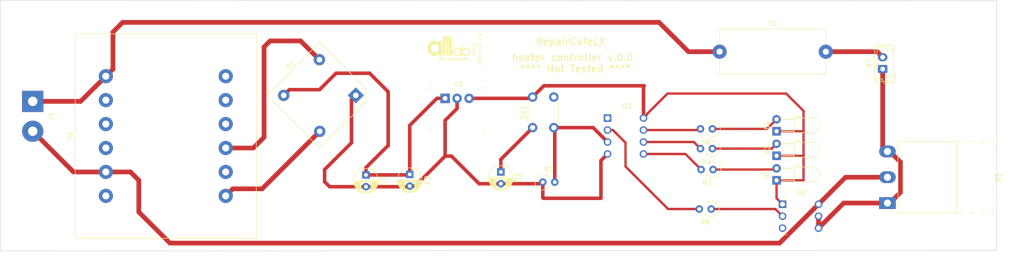
<source format=kicad_pcb>
(kicad_pcb (version 20171130) (host pcbnew "(5.1.2)-2")

  (general
    (thickness 1.6)
    (drawings 9)
    (tracks 121)
    (zones 0)
    (modules 22)
    (nets 21)
  )

  (page A4)
  (layers
    (0 F.Cu signal)
    (31 B.Cu signal)
    (32 B.Adhes user)
    (33 F.Adhes user)
    (34 B.Paste user)
    (35 F.Paste user)
    (36 B.SilkS user)
    (37 F.SilkS user)
    (38 B.Mask user)
    (39 F.Mask user)
    (40 Dwgs.User user)
    (41 Cmts.User user)
    (42 Eco1.User user)
    (43 Eco2.User user)
    (44 Edge.Cuts user)
    (45 Margin user)
    (46 B.CrtYd user)
    (47 F.CrtYd user)
    (48 B.Fab user)
    (49 F.Fab user)
  )

  (setup
    (last_trace_width 1)
    (user_trace_width 0.5)
    (user_trace_width 0.75)
    (user_trace_width 1)
    (trace_clearance 0.2)
    (zone_clearance 0.508)
    (zone_45_only no)
    (trace_min 0.2)
    (via_size 0.8)
    (via_drill 0.4)
    (via_min_size 0.4)
    (via_min_drill 0.3)
    (uvia_size 0.3)
    (uvia_drill 0.1)
    (uvias_allowed no)
    (uvia_min_size 0.2)
    (uvia_min_drill 0.1)
    (edge_width 0.1)
    (segment_width 0.2)
    (pcb_text_width 0.3)
    (pcb_text_size 1.5 1.5)
    (mod_edge_width 0.15)
    (mod_text_size 1 1)
    (mod_text_width 0.15)
    (pad_size 1.524 1.524)
    (pad_drill 0.762)
    (pad_to_mask_clearance 0)
    (aux_axis_origin 0 0)
    (visible_elements 7FFFFFFF)
    (pcbplotparams
      (layerselection 0x010fc_ffffffff)
      (usegerberextensions false)
      (usegerberattributes false)
      (usegerberadvancedattributes false)
      (creategerberjobfile false)
      (excludeedgelayer true)
      (linewidth 0.100000)
      (plotframeref false)
      (viasonmask false)
      (mode 1)
      (useauxorigin false)
      (hpglpennumber 1)
      (hpglpenspeed 20)
      (hpglpendiameter 15.000000)
      (psnegative false)
      (psa4output false)
      (plotreference true)
      (plotvalue true)
      (plotinvisibletext false)
      (padsonsilk false)
      (subtractmaskfromsilk false)
      (outputformat 1)
      (mirror false)
      (drillshape 1)
      (scaleselection 1)
      (outputdirectory ""))
  )

  (net 0 "")
  (net 1 "Net-(D1-Pad4)")
  (net 2 "Net-(D1-Pad2)")
  (net 3 "Net-(D2-Pad2)")
  (net 4 "Net-(D3-Pad2)")
  (net 5 "Net-(D4-Pad2)")
  (net 6 "Net-(D5-Pad1)")
  (net 7 "Net-(D5-Pad2)")
  (net 8 "Net-(R3-Pad2)")
  (net 9 "Net-(R4-Pad2)")
  (net 10 "Net-(R5-Pad2)")
  (net 11 "Net-(R6-Pad1)")
  (net 12 "Net-(R6-Pad2)")
  (net 13 "Net-(U2-Pad3)")
  (net 14 "Net-(C1-Pad1)")
  (net 15 "Net-(C1-Pad2)")
  (net 16 "Net-(C3-Pad1)")
  (net 17 "Net-(R1-Pad2)")
  (net 18 "Net-(U3-Pad1)")
  (net 19 "Net-(F1-Pad1)")
  (net 20 "Net-(F1-Pad2)")

  (net_class Default "This is the default net class."
    (clearance 0.2)
    (trace_width 0.25)
    (via_dia 0.8)
    (via_drill 0.4)
    (uvia_dia 0.3)
    (uvia_drill 0.1)
    (add_net "Net-(C1-Pad1)")
    (add_net "Net-(C1-Pad2)")
    (add_net "Net-(C3-Pad1)")
    (add_net "Net-(D1-Pad2)")
    (add_net "Net-(D1-Pad4)")
    (add_net "Net-(D2-Pad2)")
    (add_net "Net-(D3-Pad2)")
    (add_net "Net-(D4-Pad2)")
    (add_net "Net-(D5-Pad1)")
    (add_net "Net-(D5-Pad2)")
    (add_net "Net-(F1-Pad1)")
    (add_net "Net-(F1-Pad2)")
    (add_net "Net-(R1-Pad2)")
    (add_net "Net-(R3-Pad2)")
    (add_net "Net-(R4-Pad2)")
    (add_net "Net-(R5-Pad2)")
    (add_net "Net-(R6-Pad1)")
    (add_net "Net-(R6-Pad2)")
    (add_net "Net-(U2-Pad3)")
    (add_net "Net-(U3-Pad1)")
  )

  (module altlab-footprints:ALTLAB_LOGO (layer F.Cu) (tedit 5735208F) (tstamp 60FC9AA2)
    (at 136.271 78.867)
    (fp_text reference LOGO*** (at -5.40766 -0.09144 90) (layer F.SilkS) hide
      (effects (font (size 1.524 1.524) (thickness 0.3)))
    )
    (fp_text value ALTLAB (at -7.50062 -0.03048 90) (layer F.SilkS) hide
      (effects (font (size 1.524 1.524) (thickness 0.3)))
    )
    (fp_poly (pts (xy 0.4572 -1.6002) (xy 0.8382 -1.6002) (xy 0.8382 -0.9398) (xy 0.4572 -0.9398)
      (xy 0.4572 1.4478) (xy -0.2794 1.4478) (xy -0.2794 -2.7686) (xy 0.4572 -2.7686)
      (xy 0.4572 -1.6002)) (layer F.SilkS) (width 0.01))
    (fp_poly (pts (xy -0.4318 1.4478) (xy -1.1684 1.4478) (xy -1.1684 -2.7686) (xy -0.4318 -2.7686)
      (xy -0.4318 1.4478)) (layer F.SilkS) (width 0.01))
    (fp_poly (pts (xy 0.7874 1.4732) (xy 0.6096 1.4732) (xy 0.6096 -0.8128) (xy 0.7874 -0.8128)
      (xy 0.7874 1.4732)) (layer F.SilkS) (width 0.01))
    (fp_poly (pts (xy 2.9718 0.137576) (xy 3.07975 0.033344) (xy 3.243246 -0.091621) (xy 3.424427 -0.170722)
      (xy 3.61737 -0.202533) (xy 3.81615 -0.185627) (xy 3.898862 -0.163999) (xy 4.037936 -0.099035)
      (xy 4.175341 0.002431) (xy 4.296631 0.127734) (xy 4.387361 0.264207) (xy 4.387444 0.264368)
      (xy 4.439768 0.409642) (xy 4.466608 0.579688) (xy 4.466738 0.754647) (xy 4.438934 0.914659)
      (xy 4.429394 0.94461) (xy 4.371343 1.059657) (xy 4.281073 1.180456) (xy 4.171058 1.294323)
      (xy 4.053777 1.388574) (xy 3.941706 1.450525) (xy 3.926125 1.456245) (xy 3.791018 1.485757)
      (xy 3.634898 1.495171) (xy 3.480804 1.484486) (xy 3.358726 1.456236) (xy 3.284066 1.418887)
      (xy 3.19398 1.358411) (xy 3.111076 1.290593) (xy 2.9718 1.163302) (xy 2.9718 1.4732)
      (xy 2.794 1.4732) (xy 2.794 0.616808) (xy 2.962319 0.616808) (xy 2.96246 0.646949)
      (xy 2.975634 0.806849) (xy 3.015045 0.937286) (xy 3.086894 1.055481) (xy 3.127187 1.104422)
      (xy 3.256799 1.215323) (xy 3.411242 1.287741) (xy 3.57984 1.31952) (xy 3.751915 1.308504)
      (xy 3.900312 1.260508) (xy 4.041054 1.168645) (xy 4.157483 1.040978) (xy 4.242038 0.889315)
      (xy 4.287162 0.725463) (xy 4.2926 0.6477) (xy 4.269038 0.484745) (xy 4.203633 0.325974)
      (xy 4.104306 0.183678) (xy 3.978979 0.07015) (xy 3.8862 0.017098) (xy 3.720391 -0.03107)
      (xy 3.550846 -0.033603) (xy 3.38684 0.006158) (xy 3.237648 0.084868) (xy 3.112544 0.199186)
      (xy 3.030207 0.325635) (xy 2.989146 0.421594) (xy 2.968333 0.51004) (xy 2.962319 0.616808)
      (xy 2.794 0.616808) (xy 2.794 -0.8128) (xy 2.9718 -0.8128) (xy 2.9718 0.137576)) (layer F.SilkS) (width 0.01))
    (fp_poly (pts (xy 1.8034 -0.197194) (xy 1.979986 -0.172495) (xy 2.126484 -0.11681) (xy 2.257225 -0.023808)
      (xy 2.309475 0.02645) (xy 2.365877 0.081876) (xy 2.408051 0.118395) (xy 2.422727 0.127)
      (xy 2.430994 0.103919) (xy 2.436673 0.043929) (xy 2.4384 -0.0254) (xy 2.4384 -0.1778)
      (xy 2.6162 -0.1778) (xy 2.6162 1.4732) (xy 2.4384 1.4732) (xy 2.4384 1.3335)
      (xy 2.435773 1.256979) (xy 2.428997 1.206236) (xy 2.422428 1.1938) (xy 2.396033 1.209449)
      (xy 2.345915 1.249499) (xy 2.309273 1.281599) (xy 2.177623 1.384175) (xy 2.045257 1.4487)
      (xy 1.894273 1.482394) (xy 1.7907 1.490672) (xy 1.645362 1.490171) (xy 1.532722 1.475807)
      (xy 1.495609 1.465035) (xy 1.309065 1.371102) (xy 1.155873 1.240161) (xy 1.033324 1.06966)
      (xy 0.993188 0.991759) (xy 0.956454 0.902067) (xy 0.936096 0.816048) (xy 0.927943 0.711974)
      (xy 0.92714 0.6477) (xy 0.930992 0.608933) (xy 1.121927 0.608933) (xy 1.124125 0.754654)
      (xy 1.148459 0.882196) (xy 1.161769 0.917528) (xy 1.258037 1.077556) (xy 1.384692 1.201427)
      (xy 1.534631 1.286251) (xy 1.700752 1.329137) (xy 1.875953 1.327193) (xy 2.049682 1.278981)
      (xy 2.192734 1.193707) (xy 2.304647 1.075714) (xy 2.383914 0.933547) (xy 2.429026 0.775748)
      (xy 2.438475 0.610863) (xy 2.410755 0.447435) (xy 2.344357 0.294008) (xy 2.245894 0.167105)
      (xy 2.106789 0.060846) (xy 1.951269 -0.002678) (xy 1.787751 -0.024865) (xy 1.624653 -0.007114)
      (xy 1.470391 0.049177) (xy 1.333383 0.142609) (xy 1.222045 0.271784) (xy 1.181199 0.343991)
      (xy 1.141181 0.465292) (xy 1.121927 0.608933) (xy 0.930992 0.608933) (xy 0.947503 0.442803)
      (xy 1.010464 0.262957) (xy 1.118829 0.101635) (xy 1.196825 0.020288) (xy 1.351316 -0.098285)
      (xy 1.516285 -0.170108) (xy 1.700693 -0.198396) (xy 1.8034 -0.197194)) (layer F.SilkS) (width 0.01))
    (fp_poly (pts (xy -2.902512 -1.656404) (xy -2.664335 -1.606155) (xy -2.439968 -1.51228) (xy -2.236469 -1.375712)
      (xy -2.20345 -1.347425) (xy -2.0828 -1.240283) (xy -2.0828 -1.6002) (xy -1.3208 -1.6002)
      (xy -1.3208 1.4478) (xy -2.0828 1.4478) (xy -2.0828 1.138762) (xy -2.15265 1.192732)
      (xy -2.376452 1.346338) (xy -2.592526 1.453324) (xy -2.80752 1.515794) (xy -3.028083 1.53585)
      (xy -3.200965 1.524347) (xy -3.436557 1.469732) (xy -3.664137 1.369757) (xy -3.876138 1.229861)
      (xy -4.064994 1.055483) (xy -4.223136 0.852061) (xy -4.286874 0.743895) (xy -4.385247 0.508642)
      (xy -4.44701 0.249093) (xy -4.472159 -0.023823) (xy -4.470507 -0.0635) (xy -3.720981 -0.0635)
      (xy -3.719621 0.066115) (xy -3.714126 0.159515) (xy -3.702183 0.231249) (xy -3.681477 0.295869)
      (xy -3.653723 0.359358) (xy -3.545332 0.534113) (xy -3.401346 0.67788) (xy -3.229423 0.784279)
      (xy -3.080145 0.837401) (xy -2.963829 0.85168) (xy -2.823242 0.847431) (xy -2.680511 0.826806)
      (xy -2.557765 0.791959) (xy -2.540772 0.784905) (xy -2.411942 0.707499) (xy -2.287459 0.59654)
      (xy -2.183656 0.467841) (xy -2.144259 0.401085) (xy -2.075758 0.216945) (xy -2.043164 0.012057)
      (xy -2.046653 -0.198324) (xy -2.086402 -0.398943) (xy -2.13361 -0.520721) (xy -2.239382 -0.683628)
      (xy -2.379392 -0.814733) (xy -2.545599 -0.910395) (xy -2.729963 -0.966976) (xy -2.924443 -0.980836)
      (xy -3.094423 -0.955616) (xy -3.280263 -0.889362) (xy -3.431177 -0.792006) (xy -3.554218 -0.6576)
      (xy -3.65531 -0.4826) (xy -3.6852 -0.413536) (xy -3.704452 -0.34946) (xy -3.715324 -0.275962)
      (xy -3.720073 -0.178632) (xy -3.720981 -0.0635) (xy -4.470507 -0.0635) (xy -4.460688 -0.299178)
      (xy -4.412591 -0.566043) (xy -4.327862 -0.813488) (xy -4.287729 -0.896975) (xy -4.189313 -1.049916)
      (xy -4.057753 -1.204713) (xy -3.906495 -1.348314) (xy -3.748988 -1.467666) (xy -3.629329 -1.53606)
      (xy -3.392067 -1.622291) (xy -3.147442 -1.662094) (xy -2.902512 -1.656404)) (layer F.SilkS) (width 0.01))
    (fp_poly (pts (xy 3.371804 1.738077) (xy 3.405366 1.767429) (xy 3.424841 1.817409) (xy 3.413012 1.848467)
      (xy 3.368171 1.893546) (xy 3.319862 1.888398) (xy 3.292298 1.86627) (xy 3.265372 1.820196)
      (xy 3.277544 1.776236) (xy 3.320538 1.732842) (xy 3.371804 1.738077)) (layer F.SilkS) (width 0.01))
    (fp_poly (pts (xy 2.49868 1.742179) (xy 2.531464 1.777195) (xy 2.538044 1.830469) (xy 2.518227 1.877087)
      (xy 2.499822 1.889582) (xy 2.460659 1.902863) (xy 2.438283 1.894311) (xy 2.41808 1.87452)
      (xy 2.392788 1.822744) (xy 2.404651 1.772649) (xy 2.443735 1.740545) (xy 2.49868 1.742179)) (layer F.SilkS) (width 0.01))
    (fp_poly (pts (xy -1.257412 1.740197) (xy -1.224011 1.762303) (xy -1.196506 1.806152) (xy -1.209654 1.848326)
      (xy -1.258696 1.893217) (xy -1.313064 1.893274) (xy -1.345028 1.868312) (xy -1.3662 1.814544)
      (xy -1.349907 1.767607) (xy -1.309271 1.738993) (xy -1.257412 1.740197)) (layer F.SilkS) (width 0.01))
    (fp_poly (pts (xy 3.684084 1.757337) (xy 3.702649 1.780624) (xy 3.708157 1.83607) (xy 3.7084 1.8669)
      (xy 3.711723 1.938328) (xy 3.725525 1.972104) (xy 3.75555 1.981156) (xy 3.7592 1.9812)
      (xy 3.801651 1.99916) (xy 3.81 2.032) (xy 3.792039 2.074451) (xy 3.7592 2.0828)
      (xy 3.735589 2.086443) (xy 3.720687 2.103656) (xy 3.712511 2.143863) (xy 3.709077 2.216485)
      (xy 3.7084 2.3241) (xy 3.707959 2.435885) (xy 3.704966 2.506386) (xy 3.696919 2.545119)
      (xy 3.681311 2.561597) (xy 3.655641 2.565338) (xy 3.6449 2.5654) (xy 3.615482 2.563724)
      (xy 3.596929 2.552353) (xy 3.586737 2.521772) (xy 3.5824 2.462464) (xy 3.581416 2.364916)
      (xy 3.5814 2.3241) (xy 3.580036 2.209074) (xy 3.575049 2.136281) (xy 3.565093 2.097205)
      (xy 3.548825 2.08333) (xy 3.5433 2.0828) (xy 3.512271 2.061624) (xy 3.5052 2.032)
      (xy 3.521081 1.990628) (xy 3.5433 1.9812) (xy 3.568412 1.966241) (xy 3.57985 1.915379)
      (xy 3.5814 1.8669) (xy 3.584031 1.796367) (xy 3.596968 1.76295) (xy 3.627772 1.753036)
      (xy 3.6449 1.7526) (xy 3.684084 1.757337)) (layer F.SilkS) (width 0.01))
    (fp_poly (pts (xy 3.4036 2.5654) (xy 3.2766 2.5654) (xy 3.2766 1.9812) (xy 3.4036 1.9812)
      (xy 3.4036 2.5654)) (layer F.SilkS) (width 0.01))
    (fp_poly (pts (xy 2.711868 1.98472) (xy 2.737317 2.000293) (xy 2.763614 2.035433) (xy 2.795526 2.097654)
      (xy 2.837818 2.194473) (xy 2.875799 2.286) (xy 2.890022 2.314573) (xy 2.904534 2.318826)
      (xy 2.924884 2.292734) (xy 2.956619 2.230271) (xy 2.986886 2.16535) (xy 3.035834 2.0667)
      (xy 3.074313 2.008668) (xy 3.107938 1.983681) (xy 3.123428 1.9812) (xy 3.165171 1.987694)
      (xy 3.175 1.996867) (xy 3.165667 2.025099) (xy 3.140277 2.090254) (xy 3.102738 2.182544)
      (xy 3.058318 2.288967) (xy 2.998365 2.423371) (xy 2.950488 2.511693) (xy 2.912193 2.556514)
      (xy 2.880989 2.560419) (xy 2.854385 2.525991) (xy 2.846802 2.50825) (xy 2.827374 2.460936)
      (xy 2.793196 2.380338) (xy 2.749913 2.279701) (xy 2.72233 2.21615) (xy 2.619999 1.9812)
      (xy 2.682502 1.9812) (xy 2.711868 1.98472)) (layer F.SilkS) (width 0.01))
    (fp_poly (pts (xy 2.54 2.5654) (xy 2.413 2.5654) (xy 2.413 1.9812) (xy 2.54 1.9812)
      (xy 2.54 2.5654)) (layer F.SilkS) (width 0.01))
    (fp_poly (pts (xy 2.185484 1.757337) (xy 2.204049 1.780624) (xy 2.209557 1.83607) (xy 2.2098 1.8669)
      (xy 2.214786 1.942236) (xy 2.23174 1.976552) (xy 2.2479 1.9812) (xy 2.278928 2.002375)
      (xy 2.286 2.032) (xy 2.270118 2.073371) (xy 2.2479 2.0828) (xy 2.229738 2.091435)
      (xy 2.218244 2.123021) (xy 2.212074 2.186071) (xy 2.209883 2.289103) (xy 2.2098 2.3241)
      (xy 2.209359 2.435885) (xy 2.206366 2.506386) (xy 2.198319 2.545119) (xy 2.182711 2.561597)
      (xy 2.157041 2.565338) (xy 2.1463 2.5654) (xy 2.116882 2.563724) (xy 2.098329 2.552353)
      (xy 2.088137 2.521772) (xy 2.0838 2.462464) (xy 2.082816 2.364916) (xy 2.0828 2.3241)
      (xy 2.081436 2.209074) (xy 2.076449 2.136281) (xy 2.066493 2.097205) (xy 2.050225 2.08333)
      (xy 2.0447 2.0828) (xy 2.013671 2.061624) (xy 2.0066 2.032) (xy 2.022481 1.990628)
      (xy 2.0447 1.9812) (xy 2.069812 1.966241) (xy 2.08125 1.915379) (xy 2.0828 1.8669)
      (xy 2.085431 1.796367) (xy 2.098368 1.76295) (xy 2.129172 1.753036) (xy 2.1463 1.7526)
      (xy 2.185484 1.757337)) (layer F.SilkS) (width 0.01))
    (fp_poly (pts (xy 1.678895 1.99519) (xy 1.742386 2.020711) (xy 1.771374 2.012952) (xy 1.772647 2.009957)
      (xy 1.802381 1.987805) (xy 1.843616 1.9812) (xy 1.869933 1.982654) (xy 1.887392 1.992782)
      (xy 1.897811 2.020233) (xy 1.903007 2.073656) (xy 1.904797 2.1617) (xy 1.905 2.2733)
      (xy 1.905 2.5654) (xy 1.8415 2.5654) (xy 1.789561 2.551475) (xy 1.778 2.524378)
      (xy 1.773797 2.498231) (xy 1.752182 2.501688) (xy 1.715393 2.524378) (xy 1.618729 2.559827)
      (xy 1.512301 2.555541) (xy 1.417722 2.512895) (xy 1.344278 2.429001) (xy 1.307345 2.32356)
      (xy 1.307388 2.312061) (xy 1.42778 2.312061) (xy 1.452184 2.365707) (xy 1.481724 2.398433)
      (xy 1.555734 2.452044) (xy 1.627893 2.456957) (xy 1.707803 2.413705) (xy 1.711074 2.411156)
      (xy 1.764157 2.343417) (xy 1.780568 2.263571) (xy 1.764191 2.185081) (xy 1.718913 2.121413)
      (xy 1.648619 2.086029) (xy 1.616314 2.0828) (xy 1.521406 2.099295) (xy 1.461255 2.15164)
      (xy 1.431499 2.239767) (xy 1.42778 2.312061) (xy 1.307388 2.312061) (xy 1.307772 2.211202)
      (xy 1.346404 2.106556) (xy 1.390966 2.05096) (xy 1.486637 1.98359) (xy 1.582218 1.965902)
      (xy 1.678895 1.99519)) (layer F.SilkS) (width 0.01))
    (fp_poly (pts (xy 1.004076 1.980121) (xy 1.097394 2.034174) (xy 1.170304 2.122156) (xy 1.207533 2.21615)
      (xy 1.224707 2.286) (xy 0.980653 2.286) (xy 0.867701 2.286769) (xy 0.796181 2.290362)
      (xy 0.756731 2.298704) (xy 0.739992 2.313721) (xy 0.7366 2.336214) (xy 0.758718 2.396538)
      (xy 0.817007 2.437321) (xy 0.89937 2.45486) (xy 0.993709 2.445448) (xy 1.0414 2.429559)
      (xy 1.093652 2.428585) (xy 1.1176 2.439182) (xy 1.13857 2.46201) (xy 1.123883 2.489728)
      (xy 1.095736 2.515116) (xy 1.01391 2.55436) (xy 0.910207 2.56403) (xy 0.804152 2.543991)
      (xy 0.747275 2.517509) (xy 0.666439 2.44128) (xy 0.622668 2.341772) (xy 0.617206 2.231726)
      (xy 0.631594 2.186214) (xy 0.7366 2.186214) (xy 0.759861 2.197777) (xy 0.821131 2.206188)
      (xy 0.907642 2.209771) (xy 0.916516 2.2098) (xy 1.01753 2.206844) (xy 1.072705 2.197425)
      (xy 1.08669 2.180718) (xy 1.086365 2.179595) (xy 1.046223 2.125364) (xy 0.978427 2.08273)
      (xy 0.906111 2.064353) (xy 0.880287 2.066829) (xy 0.814234 2.095774) (xy 0.760536 2.139584)
      (xy 0.736698 2.183714) (xy 0.7366 2.186214) (xy 0.631594 2.186214) (xy 0.651299 2.123885)
      (xy 0.701995 2.053751) (xy 0.796346 1.986687) (xy 0.900383 1.963218) (xy 1.004076 1.980121)) (layer F.SilkS) (width 0.01))
    (fp_poly (pts (xy 0.584038 1.975536) (xy 0.5842 1.979122) (xy 0.567801 2.04301) (xy 0.526795 2.079555)
      (xy 0.508 2.0828) (xy 0.473978 2.090963) (xy 0.451521 2.120752) (xy 0.438475 2.180118)
      (xy 0.432688 2.27701) (xy 0.4318 2.364277) (xy 0.431106 2.464429) (xy 0.426831 2.524199)
      (xy 0.415687 2.554005) (xy 0.394385 2.564265) (xy 0.3683 2.5654) (xy 0.3048 2.5654)
      (xy 0.3048 2.2733) (xy 0.305338 2.147796) (xy 0.307951 2.064494) (xy 0.314132 2.014801)
      (xy 0.325377 1.990121) (xy 0.34318 1.98186) (xy 0.3556 1.9812) (xy 0.398192 1.998772)
      (xy 0.4064 2.023727) (xy 0.411767 2.047901) (xy 0.434543 2.038188) (xy 0.465187 2.011027)
      (xy 0.521426 1.96918) (xy 0.564803 1.956341) (xy 0.584038 1.975536)) (layer F.SilkS) (width 0.01))
    (fp_poly (pts (xy 0.06296 1.978415) (xy 0.153195 2.027536) (xy 0.189509 2.062668) (xy 0.187071 2.087727)
      (xy 0.169331 2.104688) (xy 0.121187 2.123835) (xy 0.079493 2.109962) (xy -0.013692 2.084567)
      (xy -0.112115 2.095449) (xy -0.180067 2.130327) (xy -0.223647 2.194305) (xy -0.239795 2.279166)
      (xy -0.226277 2.361688) (xy -0.205728 2.397254) (xy -0.143372 2.438428) (xy -0.058508 2.455987)
      (xy 0.024899 2.446831) (xy 0.058363 2.431401) (xy 0.107704 2.407164) (xy 0.147424 2.416867)
      (xy 0.164347 2.42829) (xy 0.197163 2.458285) (xy 0.201345 2.47196) (xy 0.083471 2.540864)
      (xy -0.039422 2.568028) (xy -0.156758 2.552794) (xy -0.251593 2.500028) (xy -0.332208 2.404501)
      (xy -0.367948 2.298725) (xy -0.36017 2.192622) (xy -0.31023 2.096118) (xy -0.219483 2.019137)
      (xy -0.183379 2.000833) (xy -0.054918 1.966143) (xy 0.06296 1.978415)) (layer F.SilkS) (width 0.01))
    (fp_poly (pts (xy -0.938716 1.757337) (xy -0.920151 1.780624) (xy -0.914643 1.83607) (xy -0.9144 1.8669)
      (xy -0.911077 1.938328) (xy -0.897275 1.972104) (xy -0.86725 1.981156) (xy -0.8636 1.9812)
      (xy -0.821149 1.99916) (xy -0.8128 2.032) (xy -0.830761 2.074451) (xy -0.8636 2.0828)
      (xy -0.887211 2.086443) (xy -0.902113 2.103656) (xy -0.910289 2.143863) (xy -0.913723 2.216485)
      (xy -0.9144 2.3241) (xy -0.914841 2.435885) (xy -0.917834 2.506386) (xy -0.925881 2.545119)
      (xy -0.941489 2.561597) (xy -0.967159 2.565338) (xy -0.9779 2.5654) (xy -1.007318 2.563724)
      (xy -1.025871 2.552353) (xy -1.036063 2.521772) (xy -1.0404 2.462464) (xy -1.041384 2.364916)
      (xy -1.0414 2.3241) (xy -1.042764 2.209074) (xy -1.047751 2.136281) (xy -1.057707 2.097205)
      (xy -1.073975 2.08333) (xy -1.0795 2.0828) (xy -1.110529 2.061624) (xy -1.1176 2.032)
      (xy -1.101719 1.990628) (xy -1.0795 1.9812) (xy -1.054388 1.966241) (xy -1.04295 1.915379)
      (xy -1.0414 1.8669) (xy -1.038769 1.796367) (xy -1.025832 1.76295) (xy -0.995028 1.753036)
      (xy -0.9779 1.7526) (xy -0.938716 1.757337)) (layer F.SilkS) (width 0.01))
    (fp_poly (pts (xy -1.2192 2.5654) (xy -1.3462 2.5654) (xy -1.3462 1.9812) (xy -1.2192 1.9812)
      (xy -1.2192 2.5654)) (layer F.SilkS) (width 0.01))
    (fp_poly (pts (xy -1.4986 2.5654) (xy -1.5621 2.5654) (xy -1.613679 2.551766) (xy -1.6256 2.525859)
      (xy -1.630192 2.500518) (xy -1.652957 2.506483) (xy -1.682052 2.525859) (xy -1.77038 2.560095)
      (xy -1.870061 2.558565) (xy -1.950294 2.525758) (xy -2.027905 2.444459) (xy -2.070479 2.342469)
      (xy -2.078462 2.232528) (xy -1.955573 2.232528) (xy -1.952206 2.313293) (xy -1.914106 2.38708)
      (xy -1.888875 2.411156) (xy -1.808078 2.456287) (xy -1.735576 2.453196) (xy -1.662596 2.401505)
      (xy -1.662546 2.401454) (xy -1.609646 2.321375) (xy -1.606746 2.234603) (xy -1.629403 2.17638)
      (xy -1.671971 2.115998) (xy -1.72801 2.088688) (xy -1.79561 2.083188) (xy -1.873441 2.103994)
      (xy -1.92804 2.158268) (xy -1.955573 2.232528) (xy -2.078462 2.232528) (xy -2.078469 2.232434)
      (xy -2.052329 2.127003) (xy -1.992513 2.038821) (xy -1.931232 1.994329) (xy -1.847836 1.961436)
      (xy -1.775552 1.963532) (xy -1.700539 1.994552) (xy -1.6256 2.033304) (xy -1.6256 1.892952)
      (xy -1.62397 1.81271) (xy -1.615337 1.770844) (xy -1.59409 1.754952) (xy -1.5621 1.7526)
      (xy -1.4986 1.7526) (xy -1.4986 2.5654)) (layer F.SilkS) (width 0.01))
    (fp_poly (pts (xy 3.927157 1.985891) (xy 3.964163 1.997304) (xy 3.995995 2.027864) (xy 4.029954 2.087406)
      (xy 4.070561 2.17913) (xy 4.108527 2.262771) (xy 4.140823 2.321378) (xy 4.16187 2.345209)
      (xy 4.165069 2.34423) (xy 4.182908 2.312378) (xy 4.214167 2.247241) (xy 4.252406 2.162291)
      (xy 4.256319 2.153332) (xy 4.298855 2.06215) (xy 4.332418 2.009562) (xy 4.364433 1.986085)
      (xy 4.390567 1.981882) (xy 4.413976 1.981245) (xy 4.429739 1.98403) (xy 4.436016 1.996373)
      (xy 4.430966 2.024407) (xy 4.412749 2.074268) (xy 4.379525 2.15209) (xy 4.329454 2.264008)
      (xy 4.260696 2.416156) (xy 4.259528 2.418741) (xy 4.196818 2.555439) (xy 4.149598 2.651874)
      (xy 4.113803 2.714666) (xy 4.085364 2.750437) (xy 4.060213 2.765807) (xy 4.04495 2.767991)
      (xy 4.000288 2.764463) (xy 3.9878 2.758005) (xy 3.996952 2.730539) (xy 4.020289 2.672268)
      (xy 4.037358 2.631795) (xy 4.086917 2.516179) (xy 3.974154 2.247031) (xy 3.861391 1.977882)
      (xy 3.927157 1.985891)) (layer F.SilkS) (width 0.01))
  )

  (module Resistor_THT:R_Axial_DIN0309_L9.0mm_D3.2mm_P2.54mm_Vertical (layer F.Cu) (tedit 5AE5139B) (tstamp 60F70452)
    (at 156.21 107.188)
    (descr "Resistor, Axial_DIN0309 series, Axial, Vertical, pin pitch=2.54mm, 0.5W = 1/2W, length*diameter=9*3.2mm^2, http://cdn-reichelt.de/documents/datenblatt/B400/1_4W%23YAG.pdf")
    (tags "Resistor Axial_DIN0309 series Axial Vertical pin pitch 2.54mm 0.5W = 1/2W length 9mm diameter 3.2mm")
    (path /60FE5E9D)
    (fp_text reference R1 (at 1.27 -2.72) (layer F.SilkS)
      (effects (font (size 1 1) (thickness 0.15)))
    )
    (fp_text value R (at 1.27 2.72) (layer F.Fab)
      (effects (font (size 1 1) (thickness 0.15)))
    )
    (fp_text user %R (at 1.27 -2.72) (layer F.Fab)
      (effects (font (size 1 1) (thickness 0.15)))
    )
    (fp_line (start 3.59 -1.85) (end -1.85 -1.85) (layer F.CrtYd) (width 0.05))
    (fp_line (start 3.59 1.85) (end 3.59 -1.85) (layer F.CrtYd) (width 0.05))
    (fp_line (start -1.85 1.85) (end 3.59 1.85) (layer F.CrtYd) (width 0.05))
    (fp_line (start -1.85 -1.85) (end -1.85 1.85) (layer F.CrtYd) (width 0.05))
    (fp_line (start 0 0) (end 2.54 0) (layer F.Fab) (width 0.1))
    (fp_circle (center 0 0) (end 1.6 0) (layer F.Fab) (width 0.1))
    (fp_arc (start 0 0) (end 1.453272 -0.8) (angle -295.326041) (layer F.SilkS) (width 0.12))
    (pad 2 thru_hole oval (at 2.54 0) (size 1.6 1.6) (drill 0.8) (layers *.Cu *.Mask)
      (net 17 "Net-(R1-Pad2)"))
    (pad 1 thru_hole circle (at 0 0) (size 1.6 1.6) (drill 0.8) (layers *.Cu *.Mask)
      (net 15 "Net-(C1-Pad2)"))
    (model ${KISYS3DMOD}/Resistor_THT.3dshapes/R_Axial_DIN0309_L9.0mm_D3.2mm_P2.54mm_Vertical.wrl
      (at (xyz 0 0 0))
      (scale (xyz 1 1 1))
      (rotate (xyz 0 0 0))
    )
  )

  (module digikey-footprints:3-SIP_Module_V7805-1000 (layer F.Cu) (tedit 59C4038A) (tstamp 60F7054E)
    (at 135.509 89.408)
    (descr http://www.cui.com/product/resource/v78xx-1000.pdf)
    (path /60FABED2)
    (fp_text reference U1 (at 2.91 -3.12) (layer F.SilkS)
      (effects (font (size 1 1) (thickness 0.15)))
    )
    (fp_text value V7805-1000 (at 2.53 8.04) (layer F.Fab)
      (effects (font (size 1 1) (thickness 0.15)))
    )
    (fp_text user %R (at 2.51 3.57) (layer F.Fab)
      (effects (font (size 1 1) (thickness 0.15)))
    )
    (fp_line (start 8.55 7.1) (end -3.45 7.1) (layer F.CrtYd) (width 0.05))
    (fp_line (start -3.45 -2.4) (end -3.45 7.1) (layer F.CrtYd) (width 0.05))
    (fp_line (start 8.55 -2.4) (end -3.45 -2.4) (layer F.CrtYd) (width 0.05))
    (fp_line (start 8.55 -2.4) (end 8.55 7.1) (layer F.CrtYd) (width 0.05))
    (fp_line (start -3.35 6.95) (end -3.35 6.45) (layer F.SilkS) (width 0.1))
    (fp_line (start -3.35 6.95) (end -2.85 6.95) (layer F.SilkS) (width 0.1))
    (fp_line (start 8.4 6.95) (end 7.9 6.95) (layer F.SilkS) (width 0.1))
    (fp_line (start 8.4 6.95) (end 8.4 6.45) (layer F.SilkS) (width 0.1))
    (fp_line (start -3.35 -2.25) (end -3.35 -1.75) (layer F.SilkS) (width 0.1))
    (fp_line (start -3.35 -2.25) (end -2.85 -2.25) (layer F.SilkS) (width 0.1))
    (fp_line (start 8.4 -2.3) (end 7.9 -2.3) (layer F.SilkS) (width 0.1))
    (fp_line (start 8.4 -2.3) (end 8.4 -1.8) (layer F.SilkS) (width 0.1))
    (fp_line (start -3.205 6.85) (end 8.295 6.85) (layer F.Fab) (width 0.1))
    (fp_line (start -3.21 -2.15) (end -3.21 6.85) (layer F.Fab) (width 0.1))
    (fp_line (start -3.2 -2.15) (end -3.2 6.85) (layer F.Fab) (width 0.1))
    (fp_line (start 8.3 -2.15) (end 8.3 6.85) (layer F.Fab) (width 0.1))
    (fp_line (start -3.205 -2.15) (end 8.295 -2.15) (layer F.Fab) (width 0.1))
    (pad 1 thru_hole rect (at 0 0) (size 2 2) (drill 1) (layers *.Cu *.Mask)
      (net 14 "Net-(C1-Pad1)"))
    (pad 2 thru_hole circle (at 2.54 0) (size 2 2) (drill 1) (layers *.Cu *.Mask)
      (net 15 "Net-(C1-Pad2)"))
    (pad 3 thru_hole circle (at 5.08 0) (size 2 2) (drill 1) (layers *.Cu *.Mask)
      (net 16 "Net-(C3-Pad1)"))
  )

  (module Capacitor_THT:CP_Radial_D5.0mm_P2.50mm (layer F.Cu) (tedit 5AE50EF0) (tstamp 60F70277)
    (at 118.745 105.664 270)
    (descr "CP, Radial series, Radial, pin pitch=2.50mm, , diameter=5mm, Electrolytic Capacitor")
    (tags "CP Radial series Radial pin pitch 2.50mm  diameter 5mm Electrolytic Capacitor")
    (path /60FADBE1)
    (fp_text reference C1 (at 1.25 -3.75 90) (layer F.SilkS)
      (effects (font (size 1 1) (thickness 0.15)))
    )
    (fp_text value CP1 (at 1.25 3.75 90) (layer F.Fab)
      (effects (font (size 1 1) (thickness 0.15)))
    )
    (fp_circle (center 1.25 0) (end 3.75 0) (layer F.Fab) (width 0.1))
    (fp_circle (center 1.25 0) (end 3.87 0) (layer F.SilkS) (width 0.12))
    (fp_circle (center 1.25 0) (end 4 0) (layer F.CrtYd) (width 0.05))
    (fp_line (start -0.883605 -1.0875) (end -0.383605 -1.0875) (layer F.Fab) (width 0.1))
    (fp_line (start -0.633605 -1.3375) (end -0.633605 -0.8375) (layer F.Fab) (width 0.1))
    (fp_line (start 1.25 -2.58) (end 1.25 2.58) (layer F.SilkS) (width 0.12))
    (fp_line (start 1.29 -2.58) (end 1.29 2.58) (layer F.SilkS) (width 0.12))
    (fp_line (start 1.33 -2.579) (end 1.33 2.579) (layer F.SilkS) (width 0.12))
    (fp_line (start 1.37 -2.578) (end 1.37 2.578) (layer F.SilkS) (width 0.12))
    (fp_line (start 1.41 -2.576) (end 1.41 2.576) (layer F.SilkS) (width 0.12))
    (fp_line (start 1.45 -2.573) (end 1.45 2.573) (layer F.SilkS) (width 0.12))
    (fp_line (start 1.49 -2.569) (end 1.49 -1.04) (layer F.SilkS) (width 0.12))
    (fp_line (start 1.49 1.04) (end 1.49 2.569) (layer F.SilkS) (width 0.12))
    (fp_line (start 1.53 -2.565) (end 1.53 -1.04) (layer F.SilkS) (width 0.12))
    (fp_line (start 1.53 1.04) (end 1.53 2.565) (layer F.SilkS) (width 0.12))
    (fp_line (start 1.57 -2.561) (end 1.57 -1.04) (layer F.SilkS) (width 0.12))
    (fp_line (start 1.57 1.04) (end 1.57 2.561) (layer F.SilkS) (width 0.12))
    (fp_line (start 1.61 -2.556) (end 1.61 -1.04) (layer F.SilkS) (width 0.12))
    (fp_line (start 1.61 1.04) (end 1.61 2.556) (layer F.SilkS) (width 0.12))
    (fp_line (start 1.65 -2.55) (end 1.65 -1.04) (layer F.SilkS) (width 0.12))
    (fp_line (start 1.65 1.04) (end 1.65 2.55) (layer F.SilkS) (width 0.12))
    (fp_line (start 1.69 -2.543) (end 1.69 -1.04) (layer F.SilkS) (width 0.12))
    (fp_line (start 1.69 1.04) (end 1.69 2.543) (layer F.SilkS) (width 0.12))
    (fp_line (start 1.73 -2.536) (end 1.73 -1.04) (layer F.SilkS) (width 0.12))
    (fp_line (start 1.73 1.04) (end 1.73 2.536) (layer F.SilkS) (width 0.12))
    (fp_line (start 1.77 -2.528) (end 1.77 -1.04) (layer F.SilkS) (width 0.12))
    (fp_line (start 1.77 1.04) (end 1.77 2.528) (layer F.SilkS) (width 0.12))
    (fp_line (start 1.81 -2.52) (end 1.81 -1.04) (layer F.SilkS) (width 0.12))
    (fp_line (start 1.81 1.04) (end 1.81 2.52) (layer F.SilkS) (width 0.12))
    (fp_line (start 1.85 -2.511) (end 1.85 -1.04) (layer F.SilkS) (width 0.12))
    (fp_line (start 1.85 1.04) (end 1.85 2.511) (layer F.SilkS) (width 0.12))
    (fp_line (start 1.89 -2.501) (end 1.89 -1.04) (layer F.SilkS) (width 0.12))
    (fp_line (start 1.89 1.04) (end 1.89 2.501) (layer F.SilkS) (width 0.12))
    (fp_line (start 1.93 -2.491) (end 1.93 -1.04) (layer F.SilkS) (width 0.12))
    (fp_line (start 1.93 1.04) (end 1.93 2.491) (layer F.SilkS) (width 0.12))
    (fp_line (start 1.971 -2.48) (end 1.971 -1.04) (layer F.SilkS) (width 0.12))
    (fp_line (start 1.971 1.04) (end 1.971 2.48) (layer F.SilkS) (width 0.12))
    (fp_line (start 2.011 -2.468) (end 2.011 -1.04) (layer F.SilkS) (width 0.12))
    (fp_line (start 2.011 1.04) (end 2.011 2.468) (layer F.SilkS) (width 0.12))
    (fp_line (start 2.051 -2.455) (end 2.051 -1.04) (layer F.SilkS) (width 0.12))
    (fp_line (start 2.051 1.04) (end 2.051 2.455) (layer F.SilkS) (width 0.12))
    (fp_line (start 2.091 -2.442) (end 2.091 -1.04) (layer F.SilkS) (width 0.12))
    (fp_line (start 2.091 1.04) (end 2.091 2.442) (layer F.SilkS) (width 0.12))
    (fp_line (start 2.131 -2.428) (end 2.131 -1.04) (layer F.SilkS) (width 0.12))
    (fp_line (start 2.131 1.04) (end 2.131 2.428) (layer F.SilkS) (width 0.12))
    (fp_line (start 2.171 -2.414) (end 2.171 -1.04) (layer F.SilkS) (width 0.12))
    (fp_line (start 2.171 1.04) (end 2.171 2.414) (layer F.SilkS) (width 0.12))
    (fp_line (start 2.211 -2.398) (end 2.211 -1.04) (layer F.SilkS) (width 0.12))
    (fp_line (start 2.211 1.04) (end 2.211 2.398) (layer F.SilkS) (width 0.12))
    (fp_line (start 2.251 -2.382) (end 2.251 -1.04) (layer F.SilkS) (width 0.12))
    (fp_line (start 2.251 1.04) (end 2.251 2.382) (layer F.SilkS) (width 0.12))
    (fp_line (start 2.291 -2.365) (end 2.291 -1.04) (layer F.SilkS) (width 0.12))
    (fp_line (start 2.291 1.04) (end 2.291 2.365) (layer F.SilkS) (width 0.12))
    (fp_line (start 2.331 -2.348) (end 2.331 -1.04) (layer F.SilkS) (width 0.12))
    (fp_line (start 2.331 1.04) (end 2.331 2.348) (layer F.SilkS) (width 0.12))
    (fp_line (start 2.371 -2.329) (end 2.371 -1.04) (layer F.SilkS) (width 0.12))
    (fp_line (start 2.371 1.04) (end 2.371 2.329) (layer F.SilkS) (width 0.12))
    (fp_line (start 2.411 -2.31) (end 2.411 -1.04) (layer F.SilkS) (width 0.12))
    (fp_line (start 2.411 1.04) (end 2.411 2.31) (layer F.SilkS) (width 0.12))
    (fp_line (start 2.451 -2.29) (end 2.451 -1.04) (layer F.SilkS) (width 0.12))
    (fp_line (start 2.451 1.04) (end 2.451 2.29) (layer F.SilkS) (width 0.12))
    (fp_line (start 2.491 -2.268) (end 2.491 -1.04) (layer F.SilkS) (width 0.12))
    (fp_line (start 2.491 1.04) (end 2.491 2.268) (layer F.SilkS) (width 0.12))
    (fp_line (start 2.531 -2.247) (end 2.531 -1.04) (layer F.SilkS) (width 0.12))
    (fp_line (start 2.531 1.04) (end 2.531 2.247) (layer F.SilkS) (width 0.12))
    (fp_line (start 2.571 -2.224) (end 2.571 -1.04) (layer F.SilkS) (width 0.12))
    (fp_line (start 2.571 1.04) (end 2.571 2.224) (layer F.SilkS) (width 0.12))
    (fp_line (start 2.611 -2.2) (end 2.611 -1.04) (layer F.SilkS) (width 0.12))
    (fp_line (start 2.611 1.04) (end 2.611 2.2) (layer F.SilkS) (width 0.12))
    (fp_line (start 2.651 -2.175) (end 2.651 -1.04) (layer F.SilkS) (width 0.12))
    (fp_line (start 2.651 1.04) (end 2.651 2.175) (layer F.SilkS) (width 0.12))
    (fp_line (start 2.691 -2.149) (end 2.691 -1.04) (layer F.SilkS) (width 0.12))
    (fp_line (start 2.691 1.04) (end 2.691 2.149) (layer F.SilkS) (width 0.12))
    (fp_line (start 2.731 -2.122) (end 2.731 -1.04) (layer F.SilkS) (width 0.12))
    (fp_line (start 2.731 1.04) (end 2.731 2.122) (layer F.SilkS) (width 0.12))
    (fp_line (start 2.771 -2.095) (end 2.771 -1.04) (layer F.SilkS) (width 0.12))
    (fp_line (start 2.771 1.04) (end 2.771 2.095) (layer F.SilkS) (width 0.12))
    (fp_line (start 2.811 -2.065) (end 2.811 -1.04) (layer F.SilkS) (width 0.12))
    (fp_line (start 2.811 1.04) (end 2.811 2.065) (layer F.SilkS) (width 0.12))
    (fp_line (start 2.851 -2.035) (end 2.851 -1.04) (layer F.SilkS) (width 0.12))
    (fp_line (start 2.851 1.04) (end 2.851 2.035) (layer F.SilkS) (width 0.12))
    (fp_line (start 2.891 -2.004) (end 2.891 -1.04) (layer F.SilkS) (width 0.12))
    (fp_line (start 2.891 1.04) (end 2.891 2.004) (layer F.SilkS) (width 0.12))
    (fp_line (start 2.931 -1.971) (end 2.931 -1.04) (layer F.SilkS) (width 0.12))
    (fp_line (start 2.931 1.04) (end 2.931 1.971) (layer F.SilkS) (width 0.12))
    (fp_line (start 2.971 -1.937) (end 2.971 -1.04) (layer F.SilkS) (width 0.12))
    (fp_line (start 2.971 1.04) (end 2.971 1.937) (layer F.SilkS) (width 0.12))
    (fp_line (start 3.011 -1.901) (end 3.011 -1.04) (layer F.SilkS) (width 0.12))
    (fp_line (start 3.011 1.04) (end 3.011 1.901) (layer F.SilkS) (width 0.12))
    (fp_line (start 3.051 -1.864) (end 3.051 -1.04) (layer F.SilkS) (width 0.12))
    (fp_line (start 3.051 1.04) (end 3.051 1.864) (layer F.SilkS) (width 0.12))
    (fp_line (start 3.091 -1.826) (end 3.091 -1.04) (layer F.SilkS) (width 0.12))
    (fp_line (start 3.091 1.04) (end 3.091 1.826) (layer F.SilkS) (width 0.12))
    (fp_line (start 3.131 -1.785) (end 3.131 -1.04) (layer F.SilkS) (width 0.12))
    (fp_line (start 3.131 1.04) (end 3.131 1.785) (layer F.SilkS) (width 0.12))
    (fp_line (start 3.171 -1.743) (end 3.171 -1.04) (layer F.SilkS) (width 0.12))
    (fp_line (start 3.171 1.04) (end 3.171 1.743) (layer F.SilkS) (width 0.12))
    (fp_line (start 3.211 -1.699) (end 3.211 -1.04) (layer F.SilkS) (width 0.12))
    (fp_line (start 3.211 1.04) (end 3.211 1.699) (layer F.SilkS) (width 0.12))
    (fp_line (start 3.251 -1.653) (end 3.251 -1.04) (layer F.SilkS) (width 0.12))
    (fp_line (start 3.251 1.04) (end 3.251 1.653) (layer F.SilkS) (width 0.12))
    (fp_line (start 3.291 -1.605) (end 3.291 -1.04) (layer F.SilkS) (width 0.12))
    (fp_line (start 3.291 1.04) (end 3.291 1.605) (layer F.SilkS) (width 0.12))
    (fp_line (start 3.331 -1.554) (end 3.331 -1.04) (layer F.SilkS) (width 0.12))
    (fp_line (start 3.331 1.04) (end 3.331 1.554) (layer F.SilkS) (width 0.12))
    (fp_line (start 3.371 -1.5) (end 3.371 -1.04) (layer F.SilkS) (width 0.12))
    (fp_line (start 3.371 1.04) (end 3.371 1.5) (layer F.SilkS) (width 0.12))
    (fp_line (start 3.411 -1.443) (end 3.411 -1.04) (layer F.SilkS) (width 0.12))
    (fp_line (start 3.411 1.04) (end 3.411 1.443) (layer F.SilkS) (width 0.12))
    (fp_line (start 3.451 -1.383) (end 3.451 -1.04) (layer F.SilkS) (width 0.12))
    (fp_line (start 3.451 1.04) (end 3.451 1.383) (layer F.SilkS) (width 0.12))
    (fp_line (start 3.491 -1.319) (end 3.491 -1.04) (layer F.SilkS) (width 0.12))
    (fp_line (start 3.491 1.04) (end 3.491 1.319) (layer F.SilkS) (width 0.12))
    (fp_line (start 3.531 -1.251) (end 3.531 -1.04) (layer F.SilkS) (width 0.12))
    (fp_line (start 3.531 1.04) (end 3.531 1.251) (layer F.SilkS) (width 0.12))
    (fp_line (start 3.571 -1.178) (end 3.571 1.178) (layer F.SilkS) (width 0.12))
    (fp_line (start 3.611 -1.098) (end 3.611 1.098) (layer F.SilkS) (width 0.12))
    (fp_line (start 3.651 -1.011) (end 3.651 1.011) (layer F.SilkS) (width 0.12))
    (fp_line (start 3.691 -0.915) (end 3.691 0.915) (layer F.SilkS) (width 0.12))
    (fp_line (start 3.731 -0.805) (end 3.731 0.805) (layer F.SilkS) (width 0.12))
    (fp_line (start 3.771 -0.677) (end 3.771 0.677) (layer F.SilkS) (width 0.12))
    (fp_line (start 3.811 -0.518) (end 3.811 0.518) (layer F.SilkS) (width 0.12))
    (fp_line (start 3.851 -0.284) (end 3.851 0.284) (layer F.SilkS) (width 0.12))
    (fp_line (start -1.554775 -1.475) (end -1.054775 -1.475) (layer F.SilkS) (width 0.12))
    (fp_line (start -1.304775 -1.725) (end -1.304775 -1.225) (layer F.SilkS) (width 0.12))
    (fp_text user %R (at 0.635 -1.524 90) (layer F.Fab)
      (effects (font (size 1 1) (thickness 0.15)))
    )
    (pad 1 thru_hole rect (at 0 0 270) (size 1.6 1.6) (drill 0.8) (layers *.Cu *.Mask)
      (net 14 "Net-(C1-Pad1)"))
    (pad 2 thru_hole circle (at 2.5 0 270) (size 1.6 1.6) (drill 0.8) (layers *.Cu *.Mask)
      (net 15 "Net-(C1-Pad2)"))
    (model ${KISYS3DMOD}/Capacitor_THT.3dshapes/CP_Radial_D5.0mm_P2.50mm.wrl
      (at (xyz 0 0 0))
      (scale (xyz 1 1 1))
      (rotate (xyz 0 0 0))
    )
  )

  (module Capacitor_THT:CP_Radial_D5.0mm_P2.50mm (layer F.Cu) (tedit 5AE50EF0) (tstamp 60F702FB)
    (at 128.016 105.537 270)
    (descr "CP, Radial series, Radial, pin pitch=2.50mm, , diameter=5mm, Electrolytic Capacitor")
    (tags "CP Radial series Radial pin pitch 2.50mm  diameter 5mm Electrolytic Capacitor")
    (path /60FAEC97)
    (fp_text reference C2 (at 1.25 -3.75 90) (layer F.SilkS)
      (effects (font (size 1 1) (thickness 0.15)))
    )
    (fp_text value CP1 (at 1.25 3.75 90) (layer F.Fab)
      (effects (font (size 1 1) (thickness 0.15)))
    )
    (fp_text user %R (at 1.25 0 90) (layer F.Fab)
      (effects (font (size 1 1) (thickness 0.15)))
    )
    (fp_line (start -1.304775 -1.725) (end -1.304775 -1.225) (layer F.SilkS) (width 0.12))
    (fp_line (start -1.554775 -1.475) (end -1.054775 -1.475) (layer F.SilkS) (width 0.12))
    (fp_line (start 3.851 -0.284) (end 3.851 0.284) (layer F.SilkS) (width 0.12))
    (fp_line (start 3.811 -0.518) (end 3.811 0.518) (layer F.SilkS) (width 0.12))
    (fp_line (start 3.771 -0.677) (end 3.771 0.677) (layer F.SilkS) (width 0.12))
    (fp_line (start 3.731 -0.805) (end 3.731 0.805) (layer F.SilkS) (width 0.12))
    (fp_line (start 3.691 -0.915) (end 3.691 0.915) (layer F.SilkS) (width 0.12))
    (fp_line (start 3.651 -1.011) (end 3.651 1.011) (layer F.SilkS) (width 0.12))
    (fp_line (start 3.611 -1.098) (end 3.611 1.098) (layer F.SilkS) (width 0.12))
    (fp_line (start 3.571 -1.178) (end 3.571 1.178) (layer F.SilkS) (width 0.12))
    (fp_line (start 3.531 1.04) (end 3.531 1.251) (layer F.SilkS) (width 0.12))
    (fp_line (start 3.531 -1.251) (end 3.531 -1.04) (layer F.SilkS) (width 0.12))
    (fp_line (start 3.491 1.04) (end 3.491 1.319) (layer F.SilkS) (width 0.12))
    (fp_line (start 3.491 -1.319) (end 3.491 -1.04) (layer F.SilkS) (width 0.12))
    (fp_line (start 3.451 1.04) (end 3.451 1.383) (layer F.SilkS) (width 0.12))
    (fp_line (start 3.451 -1.383) (end 3.451 -1.04) (layer F.SilkS) (width 0.12))
    (fp_line (start 3.411 1.04) (end 3.411 1.443) (layer F.SilkS) (width 0.12))
    (fp_line (start 3.411 -1.443) (end 3.411 -1.04) (layer F.SilkS) (width 0.12))
    (fp_line (start 3.371 1.04) (end 3.371 1.5) (layer F.SilkS) (width 0.12))
    (fp_line (start 3.371 -1.5) (end 3.371 -1.04) (layer F.SilkS) (width 0.12))
    (fp_line (start 3.331 1.04) (end 3.331 1.554) (layer F.SilkS) (width 0.12))
    (fp_line (start 3.331 -1.554) (end 3.331 -1.04) (layer F.SilkS) (width 0.12))
    (fp_line (start 3.291 1.04) (end 3.291 1.605) (layer F.SilkS) (width 0.12))
    (fp_line (start 3.291 -1.605) (end 3.291 -1.04) (layer F.SilkS) (width 0.12))
    (fp_line (start 3.251 1.04) (end 3.251 1.653) (layer F.SilkS) (width 0.12))
    (fp_line (start 3.251 -1.653) (end 3.251 -1.04) (layer F.SilkS) (width 0.12))
    (fp_line (start 3.211 1.04) (end 3.211 1.699) (layer F.SilkS) (width 0.12))
    (fp_line (start 3.211 -1.699) (end 3.211 -1.04) (layer F.SilkS) (width 0.12))
    (fp_line (start 3.171 1.04) (end 3.171 1.743) (layer F.SilkS) (width 0.12))
    (fp_line (start 3.171 -1.743) (end 3.171 -1.04) (layer F.SilkS) (width 0.12))
    (fp_line (start 3.131 1.04) (end 3.131 1.785) (layer F.SilkS) (width 0.12))
    (fp_line (start 3.131 -1.785) (end 3.131 -1.04) (layer F.SilkS) (width 0.12))
    (fp_line (start 3.091 1.04) (end 3.091 1.826) (layer F.SilkS) (width 0.12))
    (fp_line (start 3.091 -1.826) (end 3.091 -1.04) (layer F.SilkS) (width 0.12))
    (fp_line (start 3.051 1.04) (end 3.051 1.864) (layer F.SilkS) (width 0.12))
    (fp_line (start 3.051 -1.864) (end 3.051 -1.04) (layer F.SilkS) (width 0.12))
    (fp_line (start 3.011 1.04) (end 3.011 1.901) (layer F.SilkS) (width 0.12))
    (fp_line (start 3.011 -1.901) (end 3.011 -1.04) (layer F.SilkS) (width 0.12))
    (fp_line (start 2.971 1.04) (end 2.971 1.937) (layer F.SilkS) (width 0.12))
    (fp_line (start 2.971 -1.937) (end 2.971 -1.04) (layer F.SilkS) (width 0.12))
    (fp_line (start 2.931 1.04) (end 2.931 1.971) (layer F.SilkS) (width 0.12))
    (fp_line (start 2.931 -1.971) (end 2.931 -1.04) (layer F.SilkS) (width 0.12))
    (fp_line (start 2.891 1.04) (end 2.891 2.004) (layer F.SilkS) (width 0.12))
    (fp_line (start 2.891 -2.004) (end 2.891 -1.04) (layer F.SilkS) (width 0.12))
    (fp_line (start 2.851 1.04) (end 2.851 2.035) (layer F.SilkS) (width 0.12))
    (fp_line (start 2.851 -2.035) (end 2.851 -1.04) (layer F.SilkS) (width 0.12))
    (fp_line (start 2.811 1.04) (end 2.811 2.065) (layer F.SilkS) (width 0.12))
    (fp_line (start 2.811 -2.065) (end 2.811 -1.04) (layer F.SilkS) (width 0.12))
    (fp_line (start 2.771 1.04) (end 2.771 2.095) (layer F.SilkS) (width 0.12))
    (fp_line (start 2.771 -2.095) (end 2.771 -1.04) (layer F.SilkS) (width 0.12))
    (fp_line (start 2.731 1.04) (end 2.731 2.122) (layer F.SilkS) (width 0.12))
    (fp_line (start 2.731 -2.122) (end 2.731 -1.04) (layer F.SilkS) (width 0.12))
    (fp_line (start 2.691 1.04) (end 2.691 2.149) (layer F.SilkS) (width 0.12))
    (fp_line (start 2.691 -2.149) (end 2.691 -1.04) (layer F.SilkS) (width 0.12))
    (fp_line (start 2.651 1.04) (end 2.651 2.175) (layer F.SilkS) (width 0.12))
    (fp_line (start 2.651 -2.175) (end 2.651 -1.04) (layer F.SilkS) (width 0.12))
    (fp_line (start 2.611 1.04) (end 2.611 2.2) (layer F.SilkS) (width 0.12))
    (fp_line (start 2.611 -2.2) (end 2.611 -1.04) (layer F.SilkS) (width 0.12))
    (fp_line (start 2.571 1.04) (end 2.571 2.224) (layer F.SilkS) (width 0.12))
    (fp_line (start 2.571 -2.224) (end 2.571 -1.04) (layer F.SilkS) (width 0.12))
    (fp_line (start 2.531 1.04) (end 2.531 2.247) (layer F.SilkS) (width 0.12))
    (fp_line (start 2.531 -2.247) (end 2.531 -1.04) (layer F.SilkS) (width 0.12))
    (fp_line (start 2.491 1.04) (end 2.491 2.268) (layer F.SilkS) (width 0.12))
    (fp_line (start 2.491 -2.268) (end 2.491 -1.04) (layer F.SilkS) (width 0.12))
    (fp_line (start 2.451 1.04) (end 2.451 2.29) (layer F.SilkS) (width 0.12))
    (fp_line (start 2.451 -2.29) (end 2.451 -1.04) (layer F.SilkS) (width 0.12))
    (fp_line (start 2.411 1.04) (end 2.411 2.31) (layer F.SilkS) (width 0.12))
    (fp_line (start 2.411 -2.31) (end 2.411 -1.04) (layer F.SilkS) (width 0.12))
    (fp_line (start 2.371 1.04) (end 2.371 2.329) (layer F.SilkS) (width 0.12))
    (fp_line (start 2.371 -2.329) (end 2.371 -1.04) (layer F.SilkS) (width 0.12))
    (fp_line (start 2.331 1.04) (end 2.331 2.348) (layer F.SilkS) (width 0.12))
    (fp_line (start 2.331 -2.348) (end 2.331 -1.04) (layer F.SilkS) (width 0.12))
    (fp_line (start 2.291 1.04) (end 2.291 2.365) (layer F.SilkS) (width 0.12))
    (fp_line (start 2.291 -2.365) (end 2.291 -1.04) (layer F.SilkS) (width 0.12))
    (fp_line (start 2.251 1.04) (end 2.251 2.382) (layer F.SilkS) (width 0.12))
    (fp_line (start 2.251 -2.382) (end 2.251 -1.04) (layer F.SilkS) (width 0.12))
    (fp_line (start 2.211 1.04) (end 2.211 2.398) (layer F.SilkS) (width 0.12))
    (fp_line (start 2.211 -2.398) (end 2.211 -1.04) (layer F.SilkS) (width 0.12))
    (fp_line (start 2.171 1.04) (end 2.171 2.414) (layer F.SilkS) (width 0.12))
    (fp_line (start 2.171 -2.414) (end 2.171 -1.04) (layer F.SilkS) (width 0.12))
    (fp_line (start 2.131 1.04) (end 2.131 2.428) (layer F.SilkS) (width 0.12))
    (fp_line (start 2.131 -2.428) (end 2.131 -1.04) (layer F.SilkS) (width 0.12))
    (fp_line (start 2.091 1.04) (end 2.091 2.442) (layer F.SilkS) (width 0.12))
    (fp_line (start 2.091 -2.442) (end 2.091 -1.04) (layer F.SilkS) (width 0.12))
    (fp_line (start 2.051 1.04) (end 2.051 2.455) (layer F.SilkS) (width 0.12))
    (fp_line (start 2.051 -2.455) (end 2.051 -1.04) (layer F.SilkS) (width 0.12))
    (fp_line (start 2.011 1.04) (end 2.011 2.468) (layer F.SilkS) (width 0.12))
    (fp_line (start 2.011 -2.468) (end 2.011 -1.04) (layer F.SilkS) (width 0.12))
    (fp_line (start 1.971 1.04) (end 1.971 2.48) (layer F.SilkS) (width 0.12))
    (fp_line (start 1.971 -2.48) (end 1.971 -1.04) (layer F.SilkS) (width 0.12))
    (fp_line (start 1.93 1.04) (end 1.93 2.491) (layer F.SilkS) (width 0.12))
    (fp_line (start 1.93 -2.491) (end 1.93 -1.04) (layer F.SilkS) (width 0.12))
    (fp_line (start 1.89 1.04) (end 1.89 2.501) (layer F.SilkS) (width 0.12))
    (fp_line (start 1.89 -2.501) (end 1.89 -1.04) (layer F.SilkS) (width 0.12))
    (fp_line (start 1.85 1.04) (end 1.85 2.511) (layer F.SilkS) (width 0.12))
    (fp_line (start 1.85 -2.511) (end 1.85 -1.04) (layer F.SilkS) (width 0.12))
    (fp_line (start 1.81 1.04) (end 1.81 2.52) (layer F.SilkS) (width 0.12))
    (fp_line (start 1.81 -2.52) (end 1.81 -1.04) (layer F.SilkS) (width 0.12))
    (fp_line (start 1.77 1.04) (end 1.77 2.528) (layer F.SilkS) (width 0.12))
    (fp_line (start 1.77 -2.528) (end 1.77 -1.04) (layer F.SilkS) (width 0.12))
    (fp_line (start 1.73 1.04) (end 1.73 2.536) (layer F.SilkS) (width 0.12))
    (fp_line (start 1.73 -2.536) (end 1.73 -1.04) (layer F.SilkS) (width 0.12))
    (fp_line (start 1.69 1.04) (end 1.69 2.543) (layer F.SilkS) (width 0.12))
    (fp_line (start 1.69 -2.543) (end 1.69 -1.04) (layer F.SilkS) (width 0.12))
    (fp_line (start 1.65 1.04) (end 1.65 2.55) (layer F.SilkS) (width 0.12))
    (fp_line (start 1.65 -2.55) (end 1.65 -1.04) (layer F.SilkS) (width 0.12))
    (fp_line (start 1.61 1.04) (end 1.61 2.556) (layer F.SilkS) (width 0.12))
    (fp_line (start 1.61 -2.556) (end 1.61 -1.04) (layer F.SilkS) (width 0.12))
    (fp_line (start 1.57 1.04) (end 1.57 2.561) (layer F.SilkS) (width 0.12))
    (fp_line (start 1.57 -2.561) (end 1.57 -1.04) (layer F.SilkS) (width 0.12))
    (fp_line (start 1.53 1.04) (end 1.53 2.565) (layer F.SilkS) (width 0.12))
    (fp_line (start 1.53 -2.565) (end 1.53 -1.04) (layer F.SilkS) (width 0.12))
    (fp_line (start 1.49 1.04) (end 1.49 2.569) (layer F.SilkS) (width 0.12))
    (fp_line (start 1.49 -2.569) (end 1.49 -1.04) (layer F.SilkS) (width 0.12))
    (fp_line (start 1.45 -2.573) (end 1.45 2.573) (layer F.SilkS) (width 0.12))
    (fp_line (start 1.41 -2.576) (end 1.41 2.576) (layer F.SilkS) (width 0.12))
    (fp_line (start 1.37 -2.578) (end 1.37 2.578) (layer F.SilkS) (width 0.12))
    (fp_line (start 1.33 -2.579) (end 1.33 2.579) (layer F.SilkS) (width 0.12))
    (fp_line (start 1.29 -2.58) (end 1.29 2.58) (layer F.SilkS) (width 0.12))
    (fp_line (start 1.25 -2.58) (end 1.25 2.58) (layer F.SilkS) (width 0.12))
    (fp_line (start -0.633605 -1.3375) (end -0.633605 -0.8375) (layer F.Fab) (width 0.1))
    (fp_line (start -0.883605 -1.0875) (end -0.383605 -1.0875) (layer F.Fab) (width 0.1))
    (fp_circle (center 1.25 0) (end 4 0) (layer F.CrtYd) (width 0.05))
    (fp_circle (center 1.25 0) (end 3.87 0) (layer F.SilkS) (width 0.12))
    (fp_circle (center 1.25 0) (end 3.75 0) (layer F.Fab) (width 0.1))
    (pad 2 thru_hole circle (at 2.5 0 270) (size 1.6 1.6) (drill 0.8) (layers *.Cu *.Mask)
      (net 15 "Net-(C1-Pad2)"))
    (pad 1 thru_hole rect (at 0 0 270) (size 1.6 1.6) (drill 0.8) (layers *.Cu *.Mask)
      (net 14 "Net-(C1-Pad1)"))
    (model ${KISYS3DMOD}/Capacitor_THT.3dshapes/CP_Radial_D5.0mm_P2.50mm.wrl
      (at (xyz 0 0 0))
      (scale (xyz 1 1 1))
      (rotate (xyz 0 0 0))
    )
  )

  (module Capacitor_THT:CP_Radial_D5.0mm_P2.50mm (layer F.Cu) (tedit 5AE50EF0) (tstamp 60F7037F)
    (at 147.32 105.029 270)
    (descr "CP, Radial series, Radial, pin pitch=2.50mm, , diameter=5mm, Electrolytic Capacitor")
    (tags "CP Radial series Radial pin pitch 2.50mm  diameter 5mm Electrolytic Capacitor")
    (path /60FAF303)
    (fp_text reference C3 (at 1.25 -3.75 90) (layer F.SilkS)
      (effects (font (size 1 1) (thickness 0.15)))
    )
    (fp_text value CP1 (at 1.25 3.75 90) (layer F.Fab)
      (effects (font (size 1 1) (thickness 0.15)))
    )
    (fp_circle (center 1.25 0) (end 3.75 0) (layer F.Fab) (width 0.1))
    (fp_circle (center 1.25 0) (end 3.87 0) (layer F.SilkS) (width 0.12))
    (fp_circle (center 1.25 0) (end 4 0) (layer F.CrtYd) (width 0.05))
    (fp_line (start -0.883605 -1.0875) (end -0.383605 -1.0875) (layer F.Fab) (width 0.1))
    (fp_line (start -0.633605 -1.3375) (end -0.633605 -0.8375) (layer F.Fab) (width 0.1))
    (fp_line (start 1.25 -2.58) (end 1.25 2.58) (layer F.SilkS) (width 0.12))
    (fp_line (start 1.29 -2.58) (end 1.29 2.58) (layer F.SilkS) (width 0.12))
    (fp_line (start 1.33 -2.579) (end 1.33 2.579) (layer F.SilkS) (width 0.12))
    (fp_line (start 1.37 -2.578) (end 1.37 2.578) (layer F.SilkS) (width 0.12))
    (fp_line (start 1.41 -2.576) (end 1.41 2.576) (layer F.SilkS) (width 0.12))
    (fp_line (start 1.45 -2.573) (end 1.45 2.573) (layer F.SilkS) (width 0.12))
    (fp_line (start 1.49 -2.569) (end 1.49 -1.04) (layer F.SilkS) (width 0.12))
    (fp_line (start 1.49 1.04) (end 1.49 2.569) (layer F.SilkS) (width 0.12))
    (fp_line (start 1.53 -2.565) (end 1.53 -1.04) (layer F.SilkS) (width 0.12))
    (fp_line (start 1.53 1.04) (end 1.53 2.565) (layer F.SilkS) (width 0.12))
    (fp_line (start 1.57 -2.561) (end 1.57 -1.04) (layer F.SilkS) (width 0.12))
    (fp_line (start 1.57 1.04) (end 1.57 2.561) (layer F.SilkS) (width 0.12))
    (fp_line (start 1.61 -2.556) (end 1.61 -1.04) (layer F.SilkS) (width 0.12))
    (fp_line (start 1.61 1.04) (end 1.61 2.556) (layer F.SilkS) (width 0.12))
    (fp_line (start 1.65 -2.55) (end 1.65 -1.04) (layer F.SilkS) (width 0.12))
    (fp_line (start 1.65 1.04) (end 1.65 2.55) (layer F.SilkS) (width 0.12))
    (fp_line (start 1.69 -2.543) (end 1.69 -1.04) (layer F.SilkS) (width 0.12))
    (fp_line (start 1.69 1.04) (end 1.69 2.543) (layer F.SilkS) (width 0.12))
    (fp_line (start 1.73 -2.536) (end 1.73 -1.04) (layer F.SilkS) (width 0.12))
    (fp_line (start 1.73 1.04) (end 1.73 2.536) (layer F.SilkS) (width 0.12))
    (fp_line (start 1.77 -2.528) (end 1.77 -1.04) (layer F.SilkS) (width 0.12))
    (fp_line (start 1.77 1.04) (end 1.77 2.528) (layer F.SilkS) (width 0.12))
    (fp_line (start 1.81 -2.52) (end 1.81 -1.04) (layer F.SilkS) (width 0.12))
    (fp_line (start 1.81 1.04) (end 1.81 2.52) (layer F.SilkS) (width 0.12))
    (fp_line (start 1.85 -2.511) (end 1.85 -1.04) (layer F.SilkS) (width 0.12))
    (fp_line (start 1.85 1.04) (end 1.85 2.511) (layer F.SilkS) (width 0.12))
    (fp_line (start 1.89 -2.501) (end 1.89 -1.04) (layer F.SilkS) (width 0.12))
    (fp_line (start 1.89 1.04) (end 1.89 2.501) (layer F.SilkS) (width 0.12))
    (fp_line (start 1.93 -2.491) (end 1.93 -1.04) (layer F.SilkS) (width 0.12))
    (fp_line (start 1.93 1.04) (end 1.93 2.491) (layer F.SilkS) (width 0.12))
    (fp_line (start 1.971 -2.48) (end 1.971 -1.04) (layer F.SilkS) (width 0.12))
    (fp_line (start 1.971 1.04) (end 1.971 2.48) (layer F.SilkS) (width 0.12))
    (fp_line (start 2.011 -2.468) (end 2.011 -1.04) (layer F.SilkS) (width 0.12))
    (fp_line (start 2.011 1.04) (end 2.011 2.468) (layer F.SilkS) (width 0.12))
    (fp_line (start 2.051 -2.455) (end 2.051 -1.04) (layer F.SilkS) (width 0.12))
    (fp_line (start 2.051 1.04) (end 2.051 2.455) (layer F.SilkS) (width 0.12))
    (fp_line (start 2.091 -2.442) (end 2.091 -1.04) (layer F.SilkS) (width 0.12))
    (fp_line (start 2.091 1.04) (end 2.091 2.442) (layer F.SilkS) (width 0.12))
    (fp_line (start 2.131 -2.428) (end 2.131 -1.04) (layer F.SilkS) (width 0.12))
    (fp_line (start 2.131 1.04) (end 2.131 2.428) (layer F.SilkS) (width 0.12))
    (fp_line (start 2.171 -2.414) (end 2.171 -1.04) (layer F.SilkS) (width 0.12))
    (fp_line (start 2.171 1.04) (end 2.171 2.414) (layer F.SilkS) (width 0.12))
    (fp_line (start 2.211 -2.398) (end 2.211 -1.04) (layer F.SilkS) (width 0.12))
    (fp_line (start 2.211 1.04) (end 2.211 2.398) (layer F.SilkS) (width 0.12))
    (fp_line (start 2.251 -2.382) (end 2.251 -1.04) (layer F.SilkS) (width 0.12))
    (fp_line (start 2.251 1.04) (end 2.251 2.382) (layer F.SilkS) (width 0.12))
    (fp_line (start 2.291 -2.365) (end 2.291 -1.04) (layer F.SilkS) (width 0.12))
    (fp_line (start 2.291 1.04) (end 2.291 2.365) (layer F.SilkS) (width 0.12))
    (fp_line (start 2.331 -2.348) (end 2.331 -1.04) (layer F.SilkS) (width 0.12))
    (fp_line (start 2.331 1.04) (end 2.331 2.348) (layer F.SilkS) (width 0.12))
    (fp_line (start 2.371 -2.329) (end 2.371 -1.04) (layer F.SilkS) (width 0.12))
    (fp_line (start 2.371 1.04) (end 2.371 2.329) (layer F.SilkS) (width 0.12))
    (fp_line (start 2.411 -2.31) (end 2.411 -1.04) (layer F.SilkS) (width 0.12))
    (fp_line (start 2.411 1.04) (end 2.411 2.31) (layer F.SilkS) (width 0.12))
    (fp_line (start 2.451 -2.29) (end 2.451 -1.04) (layer F.SilkS) (width 0.12))
    (fp_line (start 2.451 1.04) (end 2.451 2.29) (layer F.SilkS) (width 0.12))
    (fp_line (start 2.491 -2.268) (end 2.491 -1.04) (layer F.SilkS) (width 0.12))
    (fp_line (start 2.491 1.04) (end 2.491 2.268) (layer F.SilkS) (width 0.12))
    (fp_line (start 2.531 -2.247) (end 2.531 -1.04) (layer F.SilkS) (width 0.12))
    (fp_line (start 2.531 1.04) (end 2.531 2.247) (layer F.SilkS) (width 0.12))
    (fp_line (start 2.571 -2.224) (end 2.571 -1.04) (layer F.SilkS) (width 0.12))
    (fp_line (start 2.571 1.04) (end 2.571 2.224) (layer F.SilkS) (width 0.12))
    (fp_line (start 2.611 -2.2) (end 2.611 -1.04) (layer F.SilkS) (width 0.12))
    (fp_line (start 2.611 1.04) (end 2.611 2.2) (layer F.SilkS) (width 0.12))
    (fp_line (start 2.651 -2.175) (end 2.651 -1.04) (layer F.SilkS) (width 0.12))
    (fp_line (start 2.651 1.04) (end 2.651 2.175) (layer F.SilkS) (width 0.12))
    (fp_line (start 2.691 -2.149) (end 2.691 -1.04) (layer F.SilkS) (width 0.12))
    (fp_line (start 2.691 1.04) (end 2.691 2.149) (layer F.SilkS) (width 0.12))
    (fp_line (start 2.731 -2.122) (end 2.731 -1.04) (layer F.SilkS) (width 0.12))
    (fp_line (start 2.731 1.04) (end 2.731 2.122) (layer F.SilkS) (width 0.12))
    (fp_line (start 2.771 -2.095) (end 2.771 -1.04) (layer F.SilkS) (width 0.12))
    (fp_line (start 2.771 1.04) (end 2.771 2.095) (layer F.SilkS) (width 0.12))
    (fp_line (start 2.811 -2.065) (end 2.811 -1.04) (layer F.SilkS) (width 0.12))
    (fp_line (start 2.811 1.04) (end 2.811 2.065) (layer F.SilkS) (width 0.12))
    (fp_line (start 2.851 -2.035) (end 2.851 -1.04) (layer F.SilkS) (width 0.12))
    (fp_line (start 2.851 1.04) (end 2.851 2.035) (layer F.SilkS) (width 0.12))
    (fp_line (start 2.891 -2.004) (end 2.891 -1.04) (layer F.SilkS) (width 0.12))
    (fp_line (start 2.891 1.04) (end 2.891 2.004) (layer F.SilkS) (width 0.12))
    (fp_line (start 2.931 -1.971) (end 2.931 -1.04) (layer F.SilkS) (width 0.12))
    (fp_line (start 2.931 1.04) (end 2.931 1.971) (layer F.SilkS) (width 0.12))
    (fp_line (start 2.971 -1.937) (end 2.971 -1.04) (layer F.SilkS) (width 0.12))
    (fp_line (start 2.971 1.04) (end 2.971 1.937) (layer F.SilkS) (width 0.12))
    (fp_line (start 3.011 -1.901) (end 3.011 -1.04) (layer F.SilkS) (width 0.12))
    (fp_line (start 3.011 1.04) (end 3.011 1.901) (layer F.SilkS) (width 0.12))
    (fp_line (start 3.051 -1.864) (end 3.051 -1.04) (layer F.SilkS) (width 0.12))
    (fp_line (start 3.051 1.04) (end 3.051 1.864) (layer F.SilkS) (width 0.12))
    (fp_line (start 3.091 -1.826) (end 3.091 -1.04) (layer F.SilkS) (width 0.12))
    (fp_line (start 3.091 1.04) (end 3.091 1.826) (layer F.SilkS) (width 0.12))
    (fp_line (start 3.131 -1.785) (end 3.131 -1.04) (layer F.SilkS) (width 0.12))
    (fp_line (start 3.131 1.04) (end 3.131 1.785) (layer F.SilkS) (width 0.12))
    (fp_line (start 3.171 -1.743) (end 3.171 -1.04) (layer F.SilkS) (width 0.12))
    (fp_line (start 3.171 1.04) (end 3.171 1.743) (layer F.SilkS) (width 0.12))
    (fp_line (start 3.211 -1.699) (end 3.211 -1.04) (layer F.SilkS) (width 0.12))
    (fp_line (start 3.211 1.04) (end 3.211 1.699) (layer F.SilkS) (width 0.12))
    (fp_line (start 3.251 -1.653) (end 3.251 -1.04) (layer F.SilkS) (width 0.12))
    (fp_line (start 3.251 1.04) (end 3.251 1.653) (layer F.SilkS) (width 0.12))
    (fp_line (start 3.291 -1.605) (end 3.291 -1.04) (layer F.SilkS) (width 0.12))
    (fp_line (start 3.291 1.04) (end 3.291 1.605) (layer F.SilkS) (width 0.12))
    (fp_line (start 3.331 -1.554) (end 3.331 -1.04) (layer F.SilkS) (width 0.12))
    (fp_line (start 3.331 1.04) (end 3.331 1.554) (layer F.SilkS) (width 0.12))
    (fp_line (start 3.371 -1.5) (end 3.371 -1.04) (layer F.SilkS) (width 0.12))
    (fp_line (start 3.371 1.04) (end 3.371 1.5) (layer F.SilkS) (width 0.12))
    (fp_line (start 3.411 -1.443) (end 3.411 -1.04) (layer F.SilkS) (width 0.12))
    (fp_line (start 3.411 1.04) (end 3.411 1.443) (layer F.SilkS) (width 0.12))
    (fp_line (start 3.451 -1.383) (end 3.451 -1.04) (layer F.SilkS) (width 0.12))
    (fp_line (start 3.451 1.04) (end 3.451 1.383) (layer F.SilkS) (width 0.12))
    (fp_line (start 3.491 -1.319) (end 3.491 -1.04) (layer F.SilkS) (width 0.12))
    (fp_line (start 3.491 1.04) (end 3.491 1.319) (layer F.SilkS) (width 0.12))
    (fp_line (start 3.531 -1.251) (end 3.531 -1.04) (layer F.SilkS) (width 0.12))
    (fp_line (start 3.531 1.04) (end 3.531 1.251) (layer F.SilkS) (width 0.12))
    (fp_line (start 3.571 -1.178) (end 3.571 1.178) (layer F.SilkS) (width 0.12))
    (fp_line (start 3.611 -1.098) (end 3.611 1.098) (layer F.SilkS) (width 0.12))
    (fp_line (start 3.651 -1.011) (end 3.651 1.011) (layer F.SilkS) (width 0.12))
    (fp_line (start 3.691 -0.915) (end 3.691 0.915) (layer F.SilkS) (width 0.12))
    (fp_line (start 3.731 -0.805) (end 3.731 0.805) (layer F.SilkS) (width 0.12))
    (fp_line (start 3.771 -0.677) (end 3.771 0.677) (layer F.SilkS) (width 0.12))
    (fp_line (start 3.811 -0.518) (end 3.811 0.518) (layer F.SilkS) (width 0.12))
    (fp_line (start 3.851 -0.284) (end 3.851 0.284) (layer F.SilkS) (width 0.12))
    (fp_line (start -1.554775 -1.475) (end -1.054775 -1.475) (layer F.SilkS) (width 0.12))
    (fp_line (start -1.304775 -1.725) (end -1.304775 -1.225) (layer F.SilkS) (width 0.12))
    (fp_text user %R (at 1.25 0 90) (layer F.Fab)
      (effects (font (size 1 1) (thickness 0.15)))
    )
    (pad 1 thru_hole rect (at 0 0 270) (size 1.6 1.6) (drill 0.8) (layers *.Cu *.Mask)
      (net 16 "Net-(C3-Pad1)"))
    (pad 2 thru_hole circle (at 2.5 0 270) (size 1.6 1.6) (drill 0.8) (layers *.Cu *.Mask)
      (net 15 "Net-(C1-Pad2)"))
    (model ${KISYS3DMOD}/Capacitor_THT.3dshapes/CP_Radial_D5.0mm_P2.50mm.wrl
      (at (xyz 0 0 0))
      (scale (xyz 1 1 1))
      (rotate (xyz 0 0 0))
    )
  )

  (module Diode_THT:Diode_Bridge_15.7x15.7x6.3mm_P10.8mm (layer F.Cu) (tedit 5A50BD65) (tstamp 60F70397)
    (at 116.586 88.773 225)
    (descr "Single phase bridge rectifier case 15.7x15.7")
    (tags "Diode Bridge")
    (path /60F7F215)
    (fp_text reference D1 (at 5.2 14.3 225) (layer F.SilkS)
      (effects (font (size 1 1) (thickness 0.15)))
    )
    (fp_text value D_Bridge_-A+A (at 5.2 -3.6 225) (layer F.Fab)
      (effects (font (size 1 1) (thickness 0.15)))
    )
    (fp_line (start -2.6 13.35) (end -2.5 -0.5) (layer F.SilkS) (width 0.12))
    (fp_line (start 13.3 13.35) (end -2.6 13.35) (layer F.SilkS) (width 0.12))
    (fp_line (start 13.35 -2.5) (end 13.35 13.35) (layer F.SilkS) (width 0.12))
    (fp_line (start -0.5 -2.5) (end 13.35 -2.5) (layer F.SilkS) (width 0.12))
    (fp_line (start -2.5 -0.5) (end -0.5 -2.5) (layer F.SilkS) (width 0.12))
    (fp_line (start -0.7 -2.7) (end 13.5 -2.7) (layer F.CrtYd) (width 0.05))
    (fp_line (start -2.7 -0.7) (end -0.7 -2.7) (layer F.CrtYd) (width 0.05))
    (fp_line (start -2.8 13.5) (end -2.7 -0.7) (layer F.CrtYd) (width 0.05))
    (fp_line (start 13.5 13.5) (end -2.8 13.5) (layer F.CrtYd) (width 0.05))
    (fp_line (start 13.5 -2.7) (end 13.5 13.5) (layer F.CrtYd) (width 0.05))
    (fp_line (start -2.5 13.25) (end -2.45 -0.45) (layer F.Fab) (width 0.12))
    (fp_line (start 13.25 13.25) (end -2.5 13.25) (layer F.Fab) (width 0.12))
    (fp_line (start 13.25 -2.45) (end 13.25 13.25) (layer F.Fab) (width 0.12))
    (fp_line (start -0.45 -2.45) (end 13.25 -2.45) (layer F.Fab) (width 0.12))
    (fp_line (start -2.45 -0.45) (end -0.45 -2.45) (layer F.Fab) (width 0.12))
    (fp_text user %R (at 5.2 5.415 225) (layer F.Fab)
      (effects (font (size 1 1) (thickness 0.15)))
    )
    (pad 3 thru_hole circle (at 10.8 10.8 45) (size 2.4 2.4) (drill 1.2) (layers *.Cu *.Mask)
      (net 14 "Net-(C1-Pad1)"))
    (pad 4 thru_hole circle (at 10.8 0 45) (size 2.4 2.4) (drill 1.2) (layers *.Cu *.Mask)
      (net 1 "Net-(D1-Pad4)"))
    (pad 1 thru_hole rect (at 0 0 45) (size 2.4 2.4) (drill 1.2) (layers *.Cu *.Mask)
      (net 15 "Net-(C1-Pad2)"))
    (pad 2 thru_hole circle (at 0.1 10.8 45) (size 2.4 2.4) (drill 1.2) (layers *.Cu *.Mask)
      (net 2 "Net-(D1-Pad2)"))
    (model ${KISYS3DMOD}/Diode_THT.3dshapes/Diode_Bridge_15.7x15.7x6.3mm_P10.8mm.wrl
      (at (xyz 0 0 0))
      (scale (xyz 1 1 1))
      (rotate (xyz 0 0 0))
    )
  )

  (module LED_THT:LED_D3.0mm_Horizontal_O3.81mm_Z10.0mm (layer F.Cu) (tedit 5880A862) (tstamp 60F703C1)
    (at 205.74 106.807 90)
    (descr "LED, diameter 3.0mm z-position of LED center 2.0mm, 2 pins, diameter 3.0mm z-position of LED center 2.0mm, 2 pins, diameter 3.0mm z-position of LED center 2.0mm, 2 pins, diameter 3.0mm z-position of LED center 6.0mm, 2 pins, diameter 3.0mm z-position of LED center 6.0mm, 2 pins, diameter 3.0mm z-position of LED center 6.0mm, 2 pins, diameter 3.0mm z-position of LED center 10.0mm, 2 pins, diameter 3.0mm z-position of LED center 10.0mm, 2 pins")
    (tags "LED diameter 3.0mm z-position of LED center 2.0mm 2 pins diameter 3.0mm z-position of LED center 2.0mm 2 pins diameter 3.0mm z-position of LED center 2.0mm 2 pins diameter 3.0mm z-position of LED center 6.0mm 2 pins diameter 3.0mm z-position of LED center 6.0mm 2 pins diameter 3.0mm z-position of LED center 6.0mm 2 pins diameter 3.0mm z-position of LED center 10.0mm 2 pins diameter 3.0mm z-position of LED center 10.0mm 2 pins")
    (path /60F4BB0F)
    (fp_text reference D2 (at 1.27 -1.96 90) (layer F.SilkS)
      (effects (font (size 1 1) (thickness 0.15)))
    )
    (fp_text value LED (at 1.27 10.17 90) (layer F.Fab)
      (effects (font (size 1 1) (thickness 0.15)))
    )
    (fp_line (start 3.75 -1.25) (end -1.25 -1.25) (layer F.CrtYd) (width 0.05))
    (fp_line (start 3.75 9.45) (end 3.75 -1.25) (layer F.CrtYd) (width 0.05))
    (fp_line (start -1.25 9.45) (end 3.75 9.45) (layer F.CrtYd) (width 0.05))
    (fp_line (start -1.25 -1.25) (end -1.25 9.45) (layer F.CrtYd) (width 0.05))
    (fp_line (start 2.54 1.08) (end 2.54 1.08) (layer F.SilkS) (width 0.12))
    (fp_line (start 2.54 3.75) (end 2.54 1.08) (layer F.SilkS) (width 0.12))
    (fp_line (start 2.54 3.75) (end 2.54 3.75) (layer F.SilkS) (width 0.12))
    (fp_line (start 2.54 1.08) (end 2.54 3.75) (layer F.SilkS) (width 0.12))
    (fp_line (start 0 1.08) (end 0 1.08) (layer F.SilkS) (width 0.12))
    (fp_line (start 0 3.75) (end 0 1.08) (layer F.SilkS) (width 0.12))
    (fp_line (start 0 3.75) (end 0 3.75) (layer F.SilkS) (width 0.12))
    (fp_line (start 0 1.08) (end 0 3.75) (layer F.SilkS) (width 0.12))
    (fp_line (start 2.83 3.75) (end 3.23 3.75) (layer F.SilkS) (width 0.12))
    (fp_line (start 2.83 4.87) (end 2.83 3.75) (layer F.SilkS) (width 0.12))
    (fp_line (start 3.23 4.87) (end 2.83 4.87) (layer F.SilkS) (width 0.12))
    (fp_line (start 3.23 3.75) (end 3.23 4.87) (layer F.SilkS) (width 0.12))
    (fp_line (start -0.29 3.75) (end 2.83 3.75) (layer F.SilkS) (width 0.12))
    (fp_line (start 2.83 3.75) (end 2.83 7.61) (layer F.SilkS) (width 0.12))
    (fp_line (start -0.29 3.75) (end -0.29 7.61) (layer F.SilkS) (width 0.12))
    (fp_line (start 2.54 0) (end 2.54 0) (layer F.Fab) (width 0.1))
    (fp_line (start 2.54 3.81) (end 2.54 0) (layer F.Fab) (width 0.1))
    (fp_line (start 2.54 3.81) (end 2.54 3.81) (layer F.Fab) (width 0.1))
    (fp_line (start 2.54 0) (end 2.54 3.81) (layer F.Fab) (width 0.1))
    (fp_line (start 0 0) (end 0 0) (layer F.Fab) (width 0.1))
    (fp_line (start 0 3.81) (end 0 0) (layer F.Fab) (width 0.1))
    (fp_line (start 0 3.81) (end 0 3.81) (layer F.Fab) (width 0.1))
    (fp_line (start 0 0) (end 0 3.81) (layer F.Fab) (width 0.1))
    (fp_line (start 2.77 3.81) (end 3.17 3.81) (layer F.Fab) (width 0.1))
    (fp_line (start 2.77 4.81) (end 2.77 3.81) (layer F.Fab) (width 0.1))
    (fp_line (start 3.17 4.81) (end 2.77 4.81) (layer F.Fab) (width 0.1))
    (fp_line (start 3.17 3.81) (end 3.17 4.81) (layer F.Fab) (width 0.1))
    (fp_line (start -0.23 3.81) (end 2.77 3.81) (layer F.Fab) (width 0.1))
    (fp_line (start 2.77 3.81) (end 2.77 7.61) (layer F.Fab) (width 0.1))
    (fp_line (start -0.23 3.81) (end -0.23 7.61) (layer F.Fab) (width 0.1))
    (fp_arc (start 1.27 7.61) (end -0.29 7.61) (angle -180) (layer F.SilkS) (width 0.12))
    (fp_arc (start 1.27 7.61) (end -0.23 7.61) (angle -180) (layer F.Fab) (width 0.1))
    (pad 2 thru_hole circle (at 2.54 0 90) (size 1.8 1.8) (drill 0.9) (layers *.Cu *.Mask)
      (net 3 "Net-(D2-Pad2)"))
    (pad 1 thru_hole rect (at 0 0 90) (size 1.8 1.8) (drill 0.9) (layers *.Cu *.Mask)
      (net 16 "Net-(C3-Pad1)"))
    (model ${KISYS3DMOD}/LED_THT.3dshapes/LED_D3.0mm_Horizontal_O3.81mm_Z10.0mm.wrl
      (at (xyz 0 0 0))
      (scale (xyz 1 1 1))
      (rotate (xyz 0 0 0))
    )
  )

  (module LED_THT:LED_D3.0mm_Horizontal_O3.81mm_Z10.0mm (layer F.Cu) (tedit 5880A862) (tstamp 60F703EB)
    (at 205.74 101.6 90)
    (descr "LED, diameter 3.0mm z-position of LED center 2.0mm, 2 pins, diameter 3.0mm z-position of LED center 2.0mm, 2 pins, diameter 3.0mm z-position of LED center 2.0mm, 2 pins, diameter 3.0mm z-position of LED center 6.0mm, 2 pins, diameter 3.0mm z-position of LED center 6.0mm, 2 pins, diameter 3.0mm z-position of LED center 6.0mm, 2 pins, diameter 3.0mm z-position of LED center 10.0mm, 2 pins, diameter 3.0mm z-position of LED center 10.0mm, 2 pins")
    (tags "LED diameter 3.0mm z-position of LED center 2.0mm 2 pins diameter 3.0mm z-position of LED center 2.0mm 2 pins diameter 3.0mm z-position of LED center 2.0mm 2 pins diameter 3.0mm z-position of LED center 6.0mm 2 pins diameter 3.0mm z-position of LED center 6.0mm 2 pins diameter 3.0mm z-position of LED center 6.0mm 2 pins diameter 3.0mm z-position of LED center 10.0mm 2 pins diameter 3.0mm z-position of LED center 10.0mm 2 pins")
    (path /60F61B7A)
    (fp_text reference D3 (at 1.27 -1.96 90) (layer F.SilkS)
      (effects (font (size 1 1) (thickness 0.15)))
    )
    (fp_text value LED (at 1.27 10.17 90) (layer F.Fab)
      (effects (font (size 1 1) (thickness 0.15)))
    )
    (fp_arc (start 1.27 7.61) (end -0.23 7.61) (angle -180) (layer F.Fab) (width 0.1))
    (fp_arc (start 1.27 7.61) (end -0.29 7.61) (angle -180) (layer F.SilkS) (width 0.12))
    (fp_line (start -0.23 3.81) (end -0.23 7.61) (layer F.Fab) (width 0.1))
    (fp_line (start 2.77 3.81) (end 2.77 7.61) (layer F.Fab) (width 0.1))
    (fp_line (start -0.23 3.81) (end 2.77 3.81) (layer F.Fab) (width 0.1))
    (fp_line (start 3.17 3.81) (end 3.17 4.81) (layer F.Fab) (width 0.1))
    (fp_line (start 3.17 4.81) (end 2.77 4.81) (layer F.Fab) (width 0.1))
    (fp_line (start 2.77 4.81) (end 2.77 3.81) (layer F.Fab) (width 0.1))
    (fp_line (start 2.77 3.81) (end 3.17 3.81) (layer F.Fab) (width 0.1))
    (fp_line (start 0 0) (end 0 3.81) (layer F.Fab) (width 0.1))
    (fp_line (start 0 3.81) (end 0 3.81) (layer F.Fab) (width 0.1))
    (fp_line (start 0 3.81) (end 0 0) (layer F.Fab) (width 0.1))
    (fp_line (start 0 0) (end 0 0) (layer F.Fab) (width 0.1))
    (fp_line (start 2.54 0) (end 2.54 3.81) (layer F.Fab) (width 0.1))
    (fp_line (start 2.54 3.81) (end 2.54 3.81) (layer F.Fab) (width 0.1))
    (fp_line (start 2.54 3.81) (end 2.54 0) (layer F.Fab) (width 0.1))
    (fp_line (start 2.54 0) (end 2.54 0) (layer F.Fab) (width 0.1))
    (fp_line (start -0.29 3.75) (end -0.29 7.61) (layer F.SilkS) (width 0.12))
    (fp_line (start 2.83 3.75) (end 2.83 7.61) (layer F.SilkS) (width 0.12))
    (fp_line (start -0.29 3.75) (end 2.83 3.75) (layer F.SilkS) (width 0.12))
    (fp_line (start 3.23 3.75) (end 3.23 4.87) (layer F.SilkS) (width 0.12))
    (fp_line (start 3.23 4.87) (end 2.83 4.87) (layer F.SilkS) (width 0.12))
    (fp_line (start 2.83 4.87) (end 2.83 3.75) (layer F.SilkS) (width 0.12))
    (fp_line (start 2.83 3.75) (end 3.23 3.75) (layer F.SilkS) (width 0.12))
    (fp_line (start 0 1.08) (end 0 3.75) (layer F.SilkS) (width 0.12))
    (fp_line (start 0 3.75) (end 0 3.75) (layer F.SilkS) (width 0.12))
    (fp_line (start 0 3.75) (end 0 1.08) (layer F.SilkS) (width 0.12))
    (fp_line (start 0 1.08) (end 0 1.08) (layer F.SilkS) (width 0.12))
    (fp_line (start 2.54 1.08) (end 2.54 3.75) (layer F.SilkS) (width 0.12))
    (fp_line (start 2.54 3.75) (end 2.54 3.75) (layer F.SilkS) (width 0.12))
    (fp_line (start 2.54 3.75) (end 2.54 1.08) (layer F.SilkS) (width 0.12))
    (fp_line (start 2.54 1.08) (end 2.54 1.08) (layer F.SilkS) (width 0.12))
    (fp_line (start -1.25 -1.25) (end -1.25 9.45) (layer F.CrtYd) (width 0.05))
    (fp_line (start -1.25 9.45) (end 3.75 9.45) (layer F.CrtYd) (width 0.05))
    (fp_line (start 3.75 9.45) (end 3.75 -1.25) (layer F.CrtYd) (width 0.05))
    (fp_line (start 3.75 -1.25) (end -1.25 -1.25) (layer F.CrtYd) (width 0.05))
    (pad 1 thru_hole rect (at 0 0 90) (size 1.8 1.8) (drill 0.9) (layers *.Cu *.Mask)
      (net 16 "Net-(C3-Pad1)"))
    (pad 2 thru_hole circle (at 2.54 0 90) (size 1.8 1.8) (drill 0.9) (layers *.Cu *.Mask)
      (net 4 "Net-(D3-Pad2)"))
    (model ${KISYS3DMOD}/LED_THT.3dshapes/LED_D3.0mm_Horizontal_O3.81mm_Z10.0mm.wrl
      (at (xyz 0 0 0))
      (scale (xyz 1 1 1))
      (rotate (xyz 0 0 0))
    )
  )

  (module LED_THT:LED_D3.0mm_Horizontal_O3.81mm_Z10.0mm (layer F.Cu) (tedit 5880A862) (tstamp 60F70415)
    (at 205.74 96.393 90)
    (descr "LED, diameter 3.0mm z-position of LED center 2.0mm, 2 pins, diameter 3.0mm z-position of LED center 2.0mm, 2 pins, diameter 3.0mm z-position of LED center 2.0mm, 2 pins, diameter 3.0mm z-position of LED center 6.0mm, 2 pins, diameter 3.0mm z-position of LED center 6.0mm, 2 pins, diameter 3.0mm z-position of LED center 6.0mm, 2 pins, diameter 3.0mm z-position of LED center 10.0mm, 2 pins, diameter 3.0mm z-position of LED center 10.0mm, 2 pins")
    (tags "LED diameter 3.0mm z-position of LED center 2.0mm 2 pins diameter 3.0mm z-position of LED center 2.0mm 2 pins diameter 3.0mm z-position of LED center 2.0mm 2 pins diameter 3.0mm z-position of LED center 6.0mm 2 pins diameter 3.0mm z-position of LED center 6.0mm 2 pins diameter 3.0mm z-position of LED center 6.0mm 2 pins diameter 3.0mm z-position of LED center 10.0mm 2 pins diameter 3.0mm z-position of LED center 10.0mm 2 pins")
    (path /60F620A7)
    (fp_text reference D4 (at 1.27 -1.96 90) (layer F.SilkS)
      (effects (font (size 1 1) (thickness 0.15)))
    )
    (fp_text value LED (at 1.27 10.17 90) (layer F.Fab)
      (effects (font (size 1 1) (thickness 0.15)))
    )
    (fp_arc (start 1.27 7.61) (end -0.23 7.61) (angle -180) (layer F.Fab) (width 0.1))
    (fp_arc (start 1.27 7.61) (end -0.29 7.61) (angle -180) (layer F.SilkS) (width 0.12))
    (fp_line (start -0.23 3.81) (end -0.23 7.61) (layer F.Fab) (width 0.1))
    (fp_line (start 2.77 3.81) (end 2.77 7.61) (layer F.Fab) (width 0.1))
    (fp_line (start -0.23 3.81) (end 2.77 3.81) (layer F.Fab) (width 0.1))
    (fp_line (start 3.17 3.81) (end 3.17 4.81) (layer F.Fab) (width 0.1))
    (fp_line (start 3.17 4.81) (end 2.77 4.81) (layer F.Fab) (width 0.1))
    (fp_line (start 2.77 4.81) (end 2.77 3.81) (layer F.Fab) (width 0.1))
    (fp_line (start 2.77 3.81) (end 3.17 3.81) (layer F.Fab) (width 0.1))
    (fp_line (start 0 0) (end 0 3.81) (layer F.Fab) (width 0.1))
    (fp_line (start 0 3.81) (end 0 3.81) (layer F.Fab) (width 0.1))
    (fp_line (start 0 3.81) (end 0 0) (layer F.Fab) (width 0.1))
    (fp_line (start 0 0) (end 0 0) (layer F.Fab) (width 0.1))
    (fp_line (start 2.54 0) (end 2.54 3.81) (layer F.Fab) (width 0.1))
    (fp_line (start 2.54 3.81) (end 2.54 3.81) (layer F.Fab) (width 0.1))
    (fp_line (start 2.54 3.81) (end 2.54 0) (layer F.Fab) (width 0.1))
    (fp_line (start 2.54 0) (end 2.54 0) (layer F.Fab) (width 0.1))
    (fp_line (start -0.29 3.75) (end -0.29 7.61) (layer F.SilkS) (width 0.12))
    (fp_line (start 2.83 3.75) (end 2.83 7.61) (layer F.SilkS) (width 0.12))
    (fp_line (start -0.29 3.75) (end 2.83 3.75) (layer F.SilkS) (width 0.12))
    (fp_line (start 3.23 3.75) (end 3.23 4.87) (layer F.SilkS) (width 0.12))
    (fp_line (start 3.23 4.87) (end 2.83 4.87) (layer F.SilkS) (width 0.12))
    (fp_line (start 2.83 4.87) (end 2.83 3.75) (layer F.SilkS) (width 0.12))
    (fp_line (start 2.83 3.75) (end 3.23 3.75) (layer F.SilkS) (width 0.12))
    (fp_line (start 0 1.08) (end 0 3.75) (layer F.SilkS) (width 0.12))
    (fp_line (start 0 3.75) (end 0 3.75) (layer F.SilkS) (width 0.12))
    (fp_line (start 0 3.75) (end 0 1.08) (layer F.SilkS) (width 0.12))
    (fp_line (start 0 1.08) (end 0 1.08) (layer F.SilkS) (width 0.12))
    (fp_line (start 2.54 1.08) (end 2.54 3.75) (layer F.SilkS) (width 0.12))
    (fp_line (start 2.54 3.75) (end 2.54 3.75) (layer F.SilkS) (width 0.12))
    (fp_line (start 2.54 3.75) (end 2.54 1.08) (layer F.SilkS) (width 0.12))
    (fp_line (start 2.54 1.08) (end 2.54 1.08) (layer F.SilkS) (width 0.12))
    (fp_line (start -1.25 -1.25) (end -1.25 9.45) (layer F.CrtYd) (width 0.05))
    (fp_line (start -1.25 9.45) (end 3.75 9.45) (layer F.CrtYd) (width 0.05))
    (fp_line (start 3.75 9.45) (end 3.75 -1.25) (layer F.CrtYd) (width 0.05))
    (fp_line (start 3.75 -1.25) (end -1.25 -1.25) (layer F.CrtYd) (width 0.05))
    (pad 1 thru_hole rect (at 0 0 90) (size 1.8 1.8) (drill 0.9) (layers *.Cu *.Mask)
      (net 16 "Net-(C3-Pad1)"))
    (pad 2 thru_hole circle (at 2.54 0 90) (size 1.8 1.8) (drill 0.9) (layers *.Cu *.Mask)
      (net 5 "Net-(D4-Pad2)"))
    (model ${KISYS3DMOD}/LED_THT.3dshapes/LED_D3.0mm_Horizontal_O3.81mm_Z10.0mm.wrl
      (at (xyz 0 0 0))
      (scale (xyz 1 1 1))
      (rotate (xyz 0 0 0))
    )
  )

  (module Package_TO_SOT_THT:TO-218-3_Horizontal_TabUp (layer F.Cu) (tedit 5ACBC81F) (tstamp 60F70444)
    (at 229.235 111.633 90)
    (descr "TO-218-3, Horizontal, RM 5.475mm, SOT-93, see https://www.vishay.com/docs/95214/fto218.pdf")
    (tags "TO-218-3 Horizontal RM 5.475mm SOT-93")
    (path /60F675C9)
    (fp_text reference D5 (at 5.475 23.45 90) (layer F.SilkS)
      (effects (font (size 1 1) (thickness 0.15)))
    )
    (fp_text value Q_TRIAC_A1A2G (at 5.475 -2.75 90) (layer F.Fab)
      (effects (font (size 1 1) (thickness 0.15)))
    )
    (fp_circle (center 5.475 18.55) (end 7.59 18.55) (layer F.Fab) (width 0.1))
    (fp_line (start -1.995 14.54) (end -1.995 22.33) (layer F.Fab) (width 0.1))
    (fp_line (start -1.995 22.33) (end 12.945 22.33) (layer F.Fab) (width 0.1))
    (fp_line (start 12.945 22.33) (end 12.945 14.54) (layer F.Fab) (width 0.1))
    (fp_line (start 12.945 14.54) (end -1.995 14.54) (layer F.Fab) (width 0.1))
    (fp_line (start -1.995 2.35) (end -1.995 14.54) (layer F.Fab) (width 0.1))
    (fp_line (start -1.995 14.54) (end 12.945 14.54) (layer F.Fab) (width 0.1))
    (fp_line (start 12.945 14.54) (end 12.945 2.35) (layer F.Fab) (width 0.1))
    (fp_line (start 12.945 2.35) (end -1.995 2.35) (layer F.Fab) (width 0.1))
    (fp_line (start 0 2.35) (end 0 0) (layer F.Fab) (width 0.1))
    (fp_line (start 5.475 2.35) (end 5.475 0) (layer F.Fab) (width 0.1))
    (fp_line (start 10.95 2.35) (end 10.95 0) (layer F.Fab) (width 0.1))
    (fp_line (start -2.115 2.23) (end 13.065 2.23) (layer F.SilkS) (width 0.12))
    (fp_line (start -2.115 14.66) (end 13.065 14.66) (layer F.SilkS) (width 0.12))
    (fp_line (start -2.115 2.23) (end -2.115 14.66) (layer F.SilkS) (width 0.12))
    (fp_line (start 13.065 2.23) (end 13.065 14.66) (layer F.SilkS) (width 0.12))
    (fp_line (start -2.115 22.45) (end -0.916 22.45) (layer F.SilkS) (width 0.12))
    (fp_line (start 0.285 22.45) (end 1.485 22.45) (layer F.SilkS) (width 0.12))
    (fp_line (start 2.685 22.45) (end 3.885 22.45) (layer F.SilkS) (width 0.12))
    (fp_line (start 5.085 22.45) (end 6.285 22.45) (layer F.SilkS) (width 0.12))
    (fp_line (start 7.485 22.45) (end 8.685 22.45) (layer F.SilkS) (width 0.12))
    (fp_line (start 9.885 22.45) (end 11.085 22.45) (layer F.SilkS) (width 0.12))
    (fp_line (start 12.285 22.45) (end 13.065 22.45) (layer F.SilkS) (width 0.12))
    (fp_line (start -2.115 14.9) (end -2.115 16.101) (layer F.SilkS) (width 0.12))
    (fp_line (start -2.115 17.3) (end -2.115 18.5) (layer F.SilkS) (width 0.12))
    (fp_line (start -2.115 19.7) (end -2.115 20.9) (layer F.SilkS) (width 0.12))
    (fp_line (start -2.115 22.1) (end -2.115 22.45) (layer F.SilkS) (width 0.12))
    (fp_line (start 13.065 14.9) (end 13.065 16.101) (layer F.SilkS) (width 0.12))
    (fp_line (start 13.065 17.3) (end 13.065 18.5) (layer F.SilkS) (width 0.12))
    (fp_line (start 13.065 19.7) (end 13.065 20.9) (layer F.SilkS) (width 0.12))
    (fp_line (start 13.065 22.1) (end 13.065 22.45) (layer F.SilkS) (width 0.12))
    (fp_line (start 0 1.9) (end 0 2.23) (layer F.SilkS) (width 0.12))
    (fp_line (start 5.475 1.9) (end 5.475 2.23) (layer F.SilkS) (width 0.12))
    (fp_line (start 10.95 1.9) (end 10.95 2.23) (layer F.SilkS) (width 0.12))
    (fp_line (start -2.25 -2) (end -2.25 22.58) (layer F.CrtYd) (width 0.05))
    (fp_line (start -2.25 22.58) (end 13.2 22.58) (layer F.CrtYd) (width 0.05))
    (fp_line (start 13.2 22.58) (end 13.2 -2) (layer F.CrtYd) (width 0.05))
    (fp_line (start 13.2 -2) (end -2.25 -2) (layer F.CrtYd) (width 0.05))
    (fp_text user %R (at 5.475 23.45 90) (layer F.Fab)
      (effects (font (size 1 1) (thickness 0.15)))
    )
    (pad "" np_thru_hole oval (at 5.475 18.55 90) (size 4.04 4.04) (drill 4.04) (layers *.Cu *.Mask))
    (pad 1 thru_hole rect (at 0 0 90) (size 2.5 3.5) (drill 1.5) (layers *.Cu *.Mask)
      (net 6 "Net-(D5-Pad1)"))
    (pad 2 thru_hole oval (at 5.475 0 90) (size 2.5 3.5) (drill 1.5) (layers *.Cu *.Mask)
      (net 7 "Net-(D5-Pad2)"))
    (pad 3 thru_hole oval (at 10.95 0 90) (size 2.5 3.5) (drill 1.5) (layers *.Cu *.Mask)
      (net 6 "Net-(D5-Pad1)"))
    (model ${KISYS3DMOD}/Package_TO_SOT_THT.3dshapes/TO-218-3_Horizontal_TabUp.wrl
      (at (xyz 0 0 0))
      (scale (xyz 1 1 1))
      (rotate (xyz 0 0 0))
    )
  )

  (module Resistor_THT:R_Axial_DIN0309_L9.0mm_D3.2mm_P2.54mm_Vertical (layer F.Cu) (tedit 5AE5139B) (tstamp 60F70460)
    (at 192.278 104.521 180)
    (descr "Resistor, Axial_DIN0309 series, Axial, Vertical, pin pitch=2.54mm, 0.5W = 1/2W, length*diameter=9*3.2mm^2, http://cdn-reichelt.de/documents/datenblatt/B400/1_4W%23YAG.pdf")
    (tags "Resistor Axial_DIN0309 series Axial Vertical pin pitch 2.54mm 0.5W = 1/2W length 9mm diameter 3.2mm")
    (path /60F4C42C)
    (fp_text reference R3 (at 1.27 -2.72) (layer F.SilkS)
      (effects (font (size 1 1) (thickness 0.15)))
    )
    (fp_text value R (at 1.27 2.72) (layer F.Fab)
      (effects (font (size 1 1) (thickness 0.15)))
    )
    (fp_arc (start 0 0) (end 1.453272 -0.8) (angle -295.326041) (layer F.SilkS) (width 0.12))
    (fp_circle (center 0 0) (end 1.6 0) (layer F.Fab) (width 0.1))
    (fp_line (start 0 0) (end 2.54 0) (layer F.Fab) (width 0.1))
    (fp_line (start -1.85 -1.85) (end -1.85 1.85) (layer F.CrtYd) (width 0.05))
    (fp_line (start -1.85 1.85) (end 3.59 1.85) (layer F.CrtYd) (width 0.05))
    (fp_line (start 3.59 1.85) (end 3.59 -1.85) (layer F.CrtYd) (width 0.05))
    (fp_line (start 3.59 -1.85) (end -1.85 -1.85) (layer F.CrtYd) (width 0.05))
    (fp_text user %R (at 1.27 -2.72) (layer F.Fab)
      (effects (font (size 1 1) (thickness 0.15)))
    )
    (pad 1 thru_hole circle (at 0 0 180) (size 1.6 1.6) (drill 0.8) (layers *.Cu *.Mask)
      (net 3 "Net-(D2-Pad2)"))
    (pad 2 thru_hole oval (at 2.54 0 180) (size 1.6 1.6) (drill 0.8) (layers *.Cu *.Mask)
      (net 8 "Net-(R3-Pad2)"))
    (model ${KISYS3DMOD}/Resistor_THT.3dshapes/R_Axial_DIN0309_L9.0mm_D3.2mm_P2.54mm_Vertical.wrl
      (at (xyz 0 0 0))
      (scale (xyz 1 1 1))
      (rotate (xyz 0 0 0))
    )
  )

  (module Resistor_THT:R_Axial_DIN0309_L9.0mm_D3.2mm_P2.54mm_Vertical (layer F.Cu) (tedit 5AE5139B) (tstamp 60F7046E)
    (at 192.151 100.076 180)
    (descr "Resistor, Axial_DIN0309 series, Axial, Vertical, pin pitch=2.54mm, 0.5W = 1/2W, length*diameter=9*3.2mm^2, http://cdn-reichelt.de/documents/datenblatt/B400/1_4W%23YAG.pdf")
    (tags "Resistor Axial_DIN0309 series Axial Vertical pin pitch 2.54mm 0.5W = 1/2W length 9mm diameter 3.2mm")
    (path /60F617DF)
    (fp_text reference R4 (at 1.27 -2.72) (layer F.SilkS)
      (effects (font (size 1 1) (thickness 0.15)))
    )
    (fp_text value R (at 1.27 2.72) (layer F.Fab)
      (effects (font (size 1 1) (thickness 0.15)))
    )
    (fp_text user %R (at 1.27 -2.72) (layer F.Fab)
      (effects (font (size 1 1) (thickness 0.15)))
    )
    (fp_line (start 3.59 -1.85) (end -1.85 -1.85) (layer F.CrtYd) (width 0.05))
    (fp_line (start 3.59 1.85) (end 3.59 -1.85) (layer F.CrtYd) (width 0.05))
    (fp_line (start -1.85 1.85) (end 3.59 1.85) (layer F.CrtYd) (width 0.05))
    (fp_line (start -1.85 -1.85) (end -1.85 1.85) (layer F.CrtYd) (width 0.05))
    (fp_line (start 0 0) (end 2.54 0) (layer F.Fab) (width 0.1))
    (fp_circle (center 0 0) (end 1.6 0) (layer F.Fab) (width 0.1))
    (fp_arc (start 0 0) (end 1.453272 -0.8) (angle -295.326041) (layer F.SilkS) (width 0.12))
    (pad 2 thru_hole oval (at 2.54 0 180) (size 1.6 1.6) (drill 0.8) (layers *.Cu *.Mask)
      (net 9 "Net-(R4-Pad2)"))
    (pad 1 thru_hole circle (at 0 0 180) (size 1.6 1.6) (drill 0.8) (layers *.Cu *.Mask)
      (net 4 "Net-(D3-Pad2)"))
    (model ${KISYS3DMOD}/Resistor_THT.3dshapes/R_Axial_DIN0309_L9.0mm_D3.2mm_P2.54mm_Vertical.wrl
      (at (xyz 0 0 0))
      (scale (xyz 1 1 1))
      (rotate (xyz 0 0 0))
    )
  )

  (module Resistor_THT:R_Axial_DIN0309_L9.0mm_D3.2mm_P2.54mm_Vertical (layer F.Cu) (tedit 5AE5139B) (tstamp 60F7047C)
    (at 192.151 95.885 180)
    (descr "Resistor, Axial_DIN0309 series, Axial, Vertical, pin pitch=2.54mm, 0.5W = 1/2W, length*diameter=9*3.2mm^2, http://cdn-reichelt.de/documents/datenblatt/B400/1_4W%23YAG.pdf")
    (tags "Resistor Axial_DIN0309 series Axial Vertical pin pitch 2.54mm 0.5W = 1/2W length 9mm diameter 3.2mm")
    (path /60F61E43)
    (fp_text reference R5 (at 1.27 -2.72) (layer F.SilkS)
      (effects (font (size 1 1) (thickness 0.15)))
    )
    (fp_text value R (at 1.27 2.72) (layer F.Fab)
      (effects (font (size 1 1) (thickness 0.15)))
    )
    (fp_arc (start 0 0) (end 1.453272 -0.8) (angle -295.326041) (layer F.SilkS) (width 0.12))
    (fp_circle (center 0 0) (end 1.6 0) (layer F.Fab) (width 0.1))
    (fp_line (start 0 0) (end 2.54 0) (layer F.Fab) (width 0.1))
    (fp_line (start -1.85 -1.85) (end -1.85 1.85) (layer F.CrtYd) (width 0.05))
    (fp_line (start -1.85 1.85) (end 3.59 1.85) (layer F.CrtYd) (width 0.05))
    (fp_line (start 3.59 1.85) (end 3.59 -1.85) (layer F.CrtYd) (width 0.05))
    (fp_line (start 3.59 -1.85) (end -1.85 -1.85) (layer F.CrtYd) (width 0.05))
    (fp_text user %R (at 1.27 -2.72) (layer F.Fab)
      (effects (font (size 1 1) (thickness 0.15)))
    )
    (pad 1 thru_hole circle (at 0 0 180) (size 1.6 1.6) (drill 0.8) (layers *.Cu *.Mask)
      (net 5 "Net-(D4-Pad2)"))
    (pad 2 thru_hole oval (at 2.54 0 180) (size 1.6 1.6) (drill 0.8) (layers *.Cu *.Mask)
      (net 10 "Net-(R5-Pad2)"))
    (model ${KISYS3DMOD}/Resistor_THT.3dshapes/R_Axial_DIN0309_L9.0mm_D3.2mm_P2.54mm_Vertical.wrl
      (at (xyz 0 0 0))
      (scale (xyz 1 1 1))
      (rotate (xyz 0 0 0))
    )
  )

  (module Resistor_THT:R_Axial_DIN0309_L9.0mm_D3.2mm_P2.54mm_Vertical (layer F.Cu) (tedit 5AE5139B) (tstamp 60F7048A)
    (at 191.897 112.903 180)
    (descr "Resistor, Axial_DIN0309 series, Axial, Vertical, pin pitch=2.54mm, 0.5W = 1/2W, length*diameter=9*3.2mm^2, http://cdn-reichelt.de/documents/datenblatt/B400/1_4W%23YAG.pdf")
    (tags "Resistor Axial_DIN0309 series Axial Vertical pin pitch 2.54mm 0.5W = 1/2W length 9mm diameter 3.2mm")
    (path /60F73FD5)
    (fp_text reference R6 (at 1.27 -2.72) (layer F.SilkS)
      (effects (font (size 1 1) (thickness 0.15)))
    )
    (fp_text value R (at 1.27 2.72) (layer F.Fab)
      (effects (font (size 1 1) (thickness 0.15)))
    )
    (fp_arc (start 0 0) (end 1.453272 -0.8) (angle -295.326041) (layer F.SilkS) (width 0.12))
    (fp_circle (center 0 0) (end 1.6 0) (layer F.Fab) (width 0.1))
    (fp_line (start 0 0) (end 2.54 0) (layer F.Fab) (width 0.1))
    (fp_line (start -1.85 -1.85) (end -1.85 1.85) (layer F.CrtYd) (width 0.05))
    (fp_line (start -1.85 1.85) (end 3.59 1.85) (layer F.CrtYd) (width 0.05))
    (fp_line (start 3.59 1.85) (end 3.59 -1.85) (layer F.CrtYd) (width 0.05))
    (fp_line (start 3.59 -1.85) (end -1.85 -1.85) (layer F.CrtYd) (width 0.05))
    (fp_text user %R (at 1.27 -2.72) (layer F.Fab)
      (effects (font (size 1 1) (thickness 0.15)))
    )
    (pad 1 thru_hole circle (at 0 0 180) (size 1.6 1.6) (drill 0.8) (layers *.Cu *.Mask)
      (net 11 "Net-(R6-Pad1)"))
    (pad 2 thru_hole oval (at 2.54 0 180) (size 1.6 1.6) (drill 0.8) (layers *.Cu *.Mask)
      (net 12 "Net-(R6-Pad2)"))
    (model ${KISYS3DMOD}/Resistor_THT.3dshapes/R_Axial_DIN0309_L9.0mm_D3.2mm_P2.54mm_Vertical.wrl
      (at (xyz 0 0 0))
      (scale (xyz 1 1 1))
      (rotate (xyz 0 0 0))
    )
  )

  (module Connector_JST:JST_EH_B2B-EH-A_1x02_P2.50mm_Vertical (layer F.Cu) (tedit 5C28142C) (tstamp 60F704AA)
    (at 228.219 83.185 90)
    (descr "JST EH series connector, B2B-EH-A (http://www.jst-mfg.com/product/pdf/eng/eEH.pdf), generated with kicad-footprint-generator")
    (tags "connector JST EH vertical")
    (path /60F7B321)
    (fp_text reference R7 (at 1.25 -2.8 90) (layer F.SilkS)
      (effects (font (size 1 1) (thickness 0.15)))
    )
    (fp_text value Heater (at 1.25 3.4 90) (layer F.Fab)
      (effects (font (size 1 1) (thickness 0.15)))
    )
    (fp_line (start -2.5 -1.6) (end -2.5 2.2) (layer F.Fab) (width 0.1))
    (fp_line (start -2.5 2.2) (end 5 2.2) (layer F.Fab) (width 0.1))
    (fp_line (start 5 2.2) (end 5 -1.6) (layer F.Fab) (width 0.1))
    (fp_line (start 5 -1.6) (end -2.5 -1.6) (layer F.Fab) (width 0.1))
    (fp_line (start -3 -2.1) (end -3 2.7) (layer F.CrtYd) (width 0.05))
    (fp_line (start -3 2.7) (end 5.5 2.7) (layer F.CrtYd) (width 0.05))
    (fp_line (start 5.5 2.7) (end 5.5 -2.1) (layer F.CrtYd) (width 0.05))
    (fp_line (start 5.5 -2.1) (end -3 -2.1) (layer F.CrtYd) (width 0.05))
    (fp_line (start -2.61 -1.71) (end -2.61 2.31) (layer F.SilkS) (width 0.12))
    (fp_line (start -2.61 2.31) (end 5.11 2.31) (layer F.SilkS) (width 0.12))
    (fp_line (start 5.11 2.31) (end 5.11 -1.71) (layer F.SilkS) (width 0.12))
    (fp_line (start 5.11 -1.71) (end -2.61 -1.71) (layer F.SilkS) (width 0.12))
    (fp_line (start -2.61 0) (end -2.11 0) (layer F.SilkS) (width 0.12))
    (fp_line (start -2.11 0) (end -2.11 -1.21) (layer F.SilkS) (width 0.12))
    (fp_line (start -2.11 -1.21) (end 4.61 -1.21) (layer F.SilkS) (width 0.12))
    (fp_line (start 4.61 -1.21) (end 4.61 0) (layer F.SilkS) (width 0.12))
    (fp_line (start 4.61 0) (end 5.11 0) (layer F.SilkS) (width 0.12))
    (fp_line (start -2.61 0.81) (end -1.61 0.81) (layer F.SilkS) (width 0.12))
    (fp_line (start -1.61 0.81) (end -1.61 2.31) (layer F.SilkS) (width 0.12))
    (fp_line (start 5.11 0.81) (end 4.11 0.81) (layer F.SilkS) (width 0.12))
    (fp_line (start 4.11 0.81) (end 4.11 2.31) (layer F.SilkS) (width 0.12))
    (fp_line (start -2.91 0.11) (end -2.91 2.61) (layer F.SilkS) (width 0.12))
    (fp_line (start -2.91 2.61) (end -0.41 2.61) (layer F.SilkS) (width 0.12))
    (fp_line (start -2.91 0.11) (end -2.91 2.61) (layer F.Fab) (width 0.1))
    (fp_line (start -2.91 2.61) (end -0.41 2.61) (layer F.Fab) (width 0.1))
    (fp_text user %R (at 1.524 0 90) (layer F.Fab)
      (effects (font (size 1 1) (thickness 0.15)))
    )
    (pad 1 thru_hole roundrect (at 0 0 90) (size 1.7 2) (drill 1) (layers *.Cu *.Mask) (roundrect_rratio 0.147059)
      (net 6 "Net-(D5-Pad1)"))
    (pad 2 thru_hole oval (at 2.5 0 90) (size 1.7 2) (drill 1) (layers *.Cu *.Mask)
      (net 20 "Net-(F1-Pad2)"))
    (model ${KISYS3DMOD}/Connector_JST.3dshapes/JST_EH_B2B-EH-A_1x02_P2.50mm_Vertical.wrl
      (at (xyz 0 0 0))
      (scale (xyz 1 1 1))
      (rotate (xyz 0 0 0))
    )
  )

  (module Button_Switch_THT:SW_PUSH_6mm (layer F.Cu) (tedit 5A02FE31) (tstamp 60F704C9)
    (at 154.051 95.631 90)
    (descr https://www.omron.com/ecb/products/pdf/en-b3f.pdf)
    (tags "tact sw push 6mm")
    (path /60FE4552)
    (fp_text reference SW1 (at 3.25 -2 90) (layer F.SilkS)
      (effects (font (size 1 1) (thickness 0.15)))
    )
    (fp_text value SW_Push (at 3.75 6.7 90) (layer F.Fab)
      (effects (font (size 1 1) (thickness 0.15)))
    )
    (fp_text user %R (at 3.25 2.25 90) (layer F.Fab)
      (effects (font (size 1 1) (thickness 0.15)))
    )
    (fp_line (start 3.25 -0.75) (end 6.25 -0.75) (layer F.Fab) (width 0.1))
    (fp_line (start 6.25 -0.75) (end 6.25 5.25) (layer F.Fab) (width 0.1))
    (fp_line (start 6.25 5.25) (end 0.25 5.25) (layer F.Fab) (width 0.1))
    (fp_line (start 0.25 5.25) (end 0.25 -0.75) (layer F.Fab) (width 0.1))
    (fp_line (start 0.25 -0.75) (end 3.25 -0.75) (layer F.Fab) (width 0.1))
    (fp_line (start 7.75 6) (end 8 6) (layer F.CrtYd) (width 0.05))
    (fp_line (start 8 6) (end 8 5.75) (layer F.CrtYd) (width 0.05))
    (fp_line (start 7.75 -1.5) (end 8 -1.5) (layer F.CrtYd) (width 0.05))
    (fp_line (start 8 -1.5) (end 8 -1.25) (layer F.CrtYd) (width 0.05))
    (fp_line (start -1.5 -1.25) (end -1.5 -1.5) (layer F.CrtYd) (width 0.05))
    (fp_line (start -1.5 -1.5) (end -1.25 -1.5) (layer F.CrtYd) (width 0.05))
    (fp_line (start -1.5 5.75) (end -1.5 6) (layer F.CrtYd) (width 0.05))
    (fp_line (start -1.5 6) (end -1.25 6) (layer F.CrtYd) (width 0.05))
    (fp_line (start -1.25 -1.5) (end 7.75 -1.5) (layer F.CrtYd) (width 0.05))
    (fp_line (start -1.5 5.75) (end -1.5 -1.25) (layer F.CrtYd) (width 0.05))
    (fp_line (start 7.75 6) (end -1.25 6) (layer F.CrtYd) (width 0.05))
    (fp_line (start 8 -1.25) (end 8 5.75) (layer F.CrtYd) (width 0.05))
    (fp_line (start 1 5.5) (end 5.5 5.5) (layer F.SilkS) (width 0.12))
    (fp_line (start -0.25 1.5) (end -0.25 3) (layer F.SilkS) (width 0.12))
    (fp_line (start 5.5 -1) (end 1 -1) (layer F.SilkS) (width 0.12))
    (fp_line (start 6.75 3) (end 6.75 1.5) (layer F.SilkS) (width 0.12))
    (fp_circle (center 3.25 2.25) (end 1.25 2.5) (layer F.Fab) (width 0.1))
    (pad 2 thru_hole circle (at 0 4.5 180) (size 2 2) (drill 1.1) (layers *.Cu *.Mask)
      (net 17 "Net-(R1-Pad2)"))
    (pad 1 thru_hole circle (at 0 0 180) (size 2 2) (drill 1.1) (layers *.Cu *.Mask)
      (net 16 "Net-(C3-Pad1)"))
    (pad 2 thru_hole circle (at 6.5 4.5 180) (size 2 2) (drill 1.1) (layers *.Cu *.Mask)
      (net 17 "Net-(R1-Pad2)"))
    (pad 1 thru_hole circle (at 6.5 0 180) (size 2 2) (drill 1.1) (layers *.Cu *.Mask)
      (net 16 "Net-(C3-Pad1)"))
    (model ${KISYS3DMOD}/Button_Switch_THT.3dshapes/SW_PUSH_6mm.wrl
      (at (xyz 0 0 0))
      (scale (xyz 1 1 1))
      (rotate (xyz 0 0 0))
    )
  )

  (module digikey-footprints:DIP-6_W7.62mm (layer F.Cu) (tedit 5AFEF30B) (tstamp 60F7056B)
    (at 207.01 111.887)
    (descr http://optoelectronics.liteon.com/upload/download/DS70-2001-026/MOC306X%20series%20201606.pdf)
    (path /60F72295)
    (fp_text reference U2 (at 4.05 -2.52) (layer F.SilkS)
      (effects (font (size 1 1) (thickness 0.15)))
    )
    (fp_text value MOC3021 (at 4.1 8.1) (layer F.Fab)
      (effects (font (size 1 1) (thickness 0.15)))
    )
    (fp_line (start 0.89 -1.58) (end 0.415 -1.105) (layer F.SilkS) (width 0.1))
    (fp_line (start 0.54 -1.055) (end 0.915 -1.43) (layer F.Fab) (width 0.1))
    (fp_line (start 0.4 6.1) (end 0.4 6.5) (layer F.SilkS) (width 0.1))
    (fp_line (start 0.4 6.5) (end 1 6.5) (layer F.SilkS) (width 0.1))
    (fp_line (start 7.2 6.5) (end 7.2 6.1) (layer F.SilkS) (width 0.1))
    (fp_line (start 7.2 6.5) (end 6.7 6.5) (layer F.SilkS) (width 0.1))
    (fp_line (start -1.05 -1.68) (end 8.67 -1.68) (layer F.CrtYd) (width 0.05))
    (fp_line (start -1.05 6.61) (end 8.67 6.61) (layer F.CrtYd) (width 0.05))
    (fp_line (start 0.55 6.36) (end 7.05 6.36) (layer F.Fab) (width 0.1))
    (fp_line (start -1.05 -1.68) (end -1.05 6.61) (layer F.CrtYd) (width 0.05))
    (fp_line (start 8.67 -1.68) (end 8.67 6.61) (layer F.CrtYd) (width 0.05))
    (fp_line (start 0.415 -0.88) (end 0.415 -1.105) (layer F.SilkS) (width 0.1))
    (fp_line (start 0.89 -1.58) (end 1.19 -1.58) (layer F.SilkS) (width 0.1))
    (fp_line (start 7.2 -1.29) (end 7.2 -1.59) (layer F.SilkS) (width 0.1))
    (fp_line (start 7.2 -1.59) (end 6.9 -1.59) (layer F.SilkS) (width 0.1))
    (fp_line (start 0.915 -1.43) (end 7.05 -1.43) (layer F.Fab) (width 0.1))
    (fp_line (start 7.05 -1.43) (end 7.05 6.36) (layer F.Fab) (width 0.1))
    (fp_line (start 0.54 -1.055) (end 0.55 6.36) (layer F.Fab) (width 0.1))
    (fp_text user REF** (at 3.317999 1.210999) (layer F.Fab)
      (effects (font (size 1 1) (thickness 0.1)))
    )
    (pad 1 thru_hole rect (at 0 0) (size 1.6 1.6) (drill 1) (layers *.Cu *.Mask)
      (net 16 "Net-(C3-Pad1)"))
    (pad 2 thru_hole circle (at 0 2.54) (size 1.6 1.6) (drill 1) (layers *.Cu *.Mask)
      (net 11 "Net-(R6-Pad1)"))
    (pad 3 thru_hole circle (at 0 5.08) (size 1.6 1.6) (drill 1) (layers *.Cu *.Mask)
      (net 13 "Net-(U2-Pad3)"))
    (pad 4 thru_hole circle (at 7.62 5.08) (size 1.6 1.6) (drill 1) (layers *.Cu *.Mask)
      (net 6 "Net-(D5-Pad1)"))
    (pad 5 thru_hole circle (at 7.62 2.54) (size 1.6 1.6) (drill 1) (layers *.Cu *.Mask)
      (net 6 "Net-(D5-Pad1)"))
    (pad 6 thru_hole circle (at 7.62 0) (size 1.6 1.6) (drill 1) (layers *.Cu *.Mask)
      (net 7 "Net-(D5-Pad2)"))
  )

  (module digikey-footprints:DIP-8_W7.62mm (layer F.Cu) (tedit 5B86B3A2) (tstamp 60F70588)
    (at 169.926 93.599)
    (descr http://media.digikey.com/pdf/Data%20Sheets/Lite-On%20PDFs/6N137%20Series.pdf)
    (path /60FCF7A5)
    (fp_text reference U3 (at 4.05 -2.52) (layer F.SilkS)
      (effects (font (size 1 1) (thickness 0.15)))
    )
    (fp_text value ATTINY85-20PU (at 3.94 10.33) (layer F.Fab)
      (effects (font (size 1 1) (thickness 0.15)))
    )
    (fp_line (start -1.05 8.89) (end 8.67 8.89) (layer F.CrtYd) (width 0.1))
    (fp_line (start -1.05 -1.29) (end -1.05 8.89) (layer F.CrtYd) (width 0.1))
    (fp_line (start 8.67 -1.29) (end 8.67 8.89) (layer F.CrtYd) (width 0.1))
    (fp_line (start -1.05 -1.29) (end 8.67 -1.29) (layer F.CrtYd) (width 0.1))
    (fp_line (start 0.4 -0.9) (end 0.4 -1.2) (layer F.SilkS) (width 0.1))
    (fp_line (start 0.4 -1.2) (end 0.7 -1.2) (layer F.SilkS) (width 0.1))
    (fp_line (start 7.2 -0.9) (end 7.2 -1.2) (layer F.SilkS) (width 0.1))
    (fp_line (start 7.2 -1.2) (end 6.9 -1.2) (layer F.SilkS) (width 0.1))
    (fp_line (start 7.2 8.5) (end 7.2 8.8) (layer F.SilkS) (width 0.1))
    (fp_line (start 7.2 8.8) (end 6.9 8.8) (layer F.SilkS) (width 0.1))
    (fp_line (start 0.4 8.5) (end 0.4 8.8) (layer F.SilkS) (width 0.1))
    (fp_line (start 0.4 8.8) (end 0.7 8.8) (layer F.SilkS) (width 0.1))
    (fp_line (start 0.55 8.64) (end 7.05 8.64) (layer F.Fab) (width 0.1))
    (fp_line (start 0.55 -1.04) (end 7.05 -1.04) (layer F.Fab) (width 0.1))
    (fp_line (start 7.05 -1.04) (end 7.05 8.64) (layer F.Fab) (width 0.1))
    (fp_line (start 0.55 -1.04) (end 0.55 8.64) (layer F.Fab) (width 0.1))
    (fp_text user REF** (at 3.94 3.49) (layer F.Fab)
      (effects (font (size 1 1) (thickness 0.1)))
    )
    (pad 1 thru_hole rect (at 0 0) (size 1.6 1.6) (drill 1) (layers *.Cu *.Mask)
      (net 18 "Net-(U3-Pad1)"))
    (pad 2 thru_hole circle (at 0 2.54) (size 1.6 1.6) (drill 1) (layers *.Cu *.Mask)
      (net 12 "Net-(R6-Pad2)"))
    (pad 3 thru_hole circle (at 0 5.08) (size 1.6 1.6) (drill 1) (layers *.Cu *.Mask)
      (net 17 "Net-(R1-Pad2)"))
    (pad 4 thru_hole circle (at 0 7.62) (size 1.6 1.6) (drill 1) (layers *.Cu *.Mask)
      (net 15 "Net-(C1-Pad2)"))
    (pad 5 thru_hole circle (at 7.62 7.62) (size 1.6 1.6) (drill 1) (layers *.Cu *.Mask)
      (net 8 "Net-(R3-Pad2)"))
    (pad 6 thru_hole circle (at 7.62 5.08) (size 1.6 1.6) (drill 1) (layers *.Cu *.Mask)
      (net 9 "Net-(R4-Pad2)"))
    (pad 7 thru_hole circle (at 7.62 2.54) (size 1.6 1.6) (drill 1) (layers *.Cu *.Mask)
      (net 10 "Net-(R5-Pad2)"))
    (pad 8 thru_hole circle (at 7.62 0) (size 1.6 1.6) (drill 1) (layers *.Cu *.Mask)
      (net 16 "Net-(C3-Pad1)"))
    (model ${KISYS3DMOD}/Housings_DIP.3dshapes/DIP-8_W7.62mm.wrl
      (at (xyz 0 0 0))
      (scale (xyz 1 1 1))
      (rotate (xyz 0 0 0))
    )
  )

  (module Transformer_THT:Transformer_37x44 (layer F.Cu) (tedit 5A030845) (tstamp 60F6F28B)
    (at 63.627 105.029 90)
    (descr "transformer 37x44mm²")
    (tags "transformer 37x44mm²")
    (path /60F5DCA6)
    (fp_text reference T1 (at 7.75 -7.5 90) (layer F.SilkS)
      (effects (font (size 1 1) (thickness 0.15)))
    )
    (fp_text value Transformer_1P_1S (at 7.25 14.5 90) (layer F.Fab)
      (effects (font (size 1 1) (thickness 0.15)))
    )
    (fp_text user %R (at 7.62 12.7 90) (layer F.Fab)
      (effects (font (size 1 1) (thickness 0.15)))
    )
    (fp_line (start -6.99 1.27) (end 22.23 1.27) (layer F.Fab) (width 0.1))
    (fp_line (start 22.23 1.27) (end 22.23 24.13) (layer F.Fab) (width 0.1))
    (fp_line (start 22.23 24.13) (end -6.99 24.13) (layer F.Fab) (width 0.1))
    (fp_line (start -6.99 24.13) (end -6.99 1.27) (layer F.Fab) (width 0.1))
    (fp_line (start -13.97 -6.35) (end 29.21 -6.35) (layer F.Fab) (width 0.1))
    (fp_line (start 29.21 -6.35) (end 29.21 31.75) (layer F.Fab) (width 0.1))
    (fp_line (start 29.21 31.75) (end -13.97 31.75) (layer F.Fab) (width 0.1))
    (fp_line (start -13.97 31.75) (end -13.97 -6.35) (layer F.Fab) (width 0.1))
    (fp_line (start -14.22 -6.6) (end 29.46 -6.6) (layer F.CrtYd) (width 0.05))
    (fp_line (start -14.22 -6.6) (end -14.22 32) (layer F.CrtYd) (width 0.05))
    (fp_line (start 29.46 32) (end 29.46 -6.6) (layer F.CrtYd) (width 0.05))
    (fp_line (start 29.46 32) (end -14.22 32) (layer F.CrtYd) (width 0.05))
    (fp_line (start -14.09 -6.47) (end 29.33 -6.47) (layer F.SilkS) (width 0.12))
    (fp_line (start -14.09 -6.47) (end -14.09 31.87) (layer F.SilkS) (width 0.12))
    (fp_line (start 29.33 31.87) (end 29.33 -6.47) (layer F.SilkS) (width 0.12))
    (fp_line (start 29.33 31.87) (end -14.09 31.87) (layer F.SilkS) (width 0.12))
    (pad 2 thru_hole circle (at 20.32 0 90) (size 3 3) (drill 1.5) (layers *.Cu *.Mask)
      (net 19 "Net-(F1-Pad1)"))
    (pad 4 thru_hole circle (at -5.08 25.4 90) (size 3 3) (drill 1.5) (layers *.Cu *.Mask)
      (net 1 "Net-(D1-Pad4)"))
    (pad 3 thru_hole circle (at 5.08 25.4 90) (size 3 3) (drill 1.5) (layers *.Cu *.Mask)
      (net 2 "Net-(D1-Pad2)"))
    (pad 1 thru_hole circle (at 0 0 90) (size 3 3) (drill 1.5) (layers *.Cu *.Mask)
      (net 7 "Net-(D5-Pad2)"))
    (pad "" thru_hole circle (at -5.08 0 90) (size 3 3) (drill 1.5) (layers *.Cu *.Mask))
    (pad "" thru_hole circle (at 5.08 0 90) (size 3 3) (drill 1.5) (layers *.Cu *.Mask))
    (pad "" thru_hole circle (at 10.16 0 90) (size 3 3) (drill 1.5) (layers *.Cu *.Mask))
    (pad "" thru_hole circle (at 15.24 0 90) (size 3 3) (drill 1.5) (layers *.Cu *.Mask))
    (pad "" thru_hole circle (at 0 25.4 90) (size 3 3) (drill 1.5) (layers *.Cu *.Mask))
    (pad "" thru_hole circle (at 10.16 25.4 90) (size 3 3) (drill 1.5) (layers *.Cu *.Mask))
    (pad "" thru_hole circle (at 15.24 25.4 90) (size 3 3) (drill 1.5) (layers *.Cu *.Mask))
    (pad "" thru_hole circle (at 20.32 25.4 90) (size 3 3) (drill 1.5) (layers *.Cu *.Mask))
    (model ${KISYS3DMOD}/Transformer_THT.3dshapes/Transformer_37x44.wrl
      (at (xyz 0 0 0))
      (scale (xyz 1 1 1))
      (rotate (xyz 0 0 0))
    )
  )

  (module Connector_Wire:SolderWirePad_1x02_P7.62mm_Drill2mm (layer F.Cu) (tedit 5AEE5F3D) (tstamp 60FC9D91)
    (at 48.133 90.043 270)
    (descr "Wire solder connection")
    (tags connector)
    (path /60FCD0F5)
    (attr virtual)
    (fp_text reference J1 (at 3.175 -3.81 90) (layer F.SilkS)
      (effects (font (size 1 1) (thickness 0.15)))
    )
    (fp_text value Conn_WallSocket (at 3.175 3.81 90) (layer F.Fab)
      (effects (font (size 1 1) (thickness 0.15)))
    )
    (fp_text user %R (at 3.175 0 90) (layer F.Fab)
      (effects (font (size 1 1) (thickness 0.15)))
    )
    (fp_line (start -2.75 -2.75) (end 9.09 -2.75) (layer F.CrtYd) (width 0.05))
    (fp_line (start -2.75 -2.75) (end -2.75 2.75) (layer F.CrtYd) (width 0.05))
    (fp_line (start 9.09 2.75) (end 9.09 -2.75) (layer F.CrtYd) (width 0.05))
    (fp_line (start 9.09 2.75) (end -2.75 2.75) (layer F.CrtYd) (width 0.05))
    (pad 1 thru_hole rect (at 0 0 270) (size 4.50088 4.50088) (drill 1.99898) (layers *.Cu *.Mask)
      (net 19 "Net-(F1-Pad1)"))
    (pad 2 thru_hole circle (at 6.35 0 270) (size 4.50088 4.50088) (drill 1.99898) (layers *.Cu *.Mask)
      (net 7 "Net-(D5-Pad2)"))
  )

  (module Fuse:Fuseholder_Cylinder-5x20mm_Schurter_0031_8201_Horizontal_Open (layer F.Cu) (tedit 5C39E22F) (tstamp 60FCBD3D)
    (at 193.675 79.502)
    (descr "Fuseholder horizontal open 5x20 Schurter 0031.8201, https://www.schurter.com/en/datasheet/typ_OGN.pdf")
    (tags "Fuseholder horizontal open 5x20 Schurter 0031.8201")
    (path /60FEF7C0)
    (fp_text reference F1 (at 11.25 -6) (layer F.SilkS)
      (effects (font (size 1 1) (thickness 0.15)))
    )
    (fp_text value DFP10112 (at 11.25 6) (layer F.Fab)
      (effects (font (size 1 1) (thickness 0.15)))
    )
    (fp_text user %R (at 11.25 4) (layer F.Fab)
      (effects (font (size 1 1) (thickness 0.15)))
    )
    (fp_line (start 0.1 -4.7) (end 0.1 4.7) (layer F.Fab) (width 0.1))
    (fp_line (start 0.1 4.7) (end 22.4 4.7) (layer F.Fab) (width 0.1))
    (fp_line (start 22.4 4.7) (end 22.4 -4.7) (layer F.Fab) (width 0.1))
    (fp_line (start 22.4 -4.7) (end 0.1 -4.7) (layer F.Fab) (width 0.1))
    (fp_line (start -0.25 5.05) (end -0.25 1.95) (layer F.CrtYd) (width 0.05))
    (fp_line (start 22.5 4.8) (end 22.5 2) (layer F.SilkS) (width 0.12))
    (fp_line (start 22.5 -2) (end 22.5 -4.8) (layer F.SilkS) (width 0.12))
    (fp_line (start 0 -2) (end 0 -4.8) (layer F.SilkS) (width 0.12))
    (fp_line (start 0 -4.8) (end 22.5 -4.8) (layer F.SilkS) (width 0.12))
    (fp_line (start 22.75 5.05) (end -0.25 5.05) (layer F.CrtYd) (width 0.05))
    (fp_line (start -0.25 -5.05) (end 22.75 -5.05) (layer F.CrtYd) (width 0.05))
    (fp_line (start 0 4.8) (end 22.5 4.8) (layer F.SilkS) (width 0.12))
    (fp_line (start -0.25 -1.95) (end -0.25 -5.05) (layer F.CrtYd) (width 0.05))
    (fp_line (start 22.75 -1.95) (end 22.75 -5.05) (layer F.CrtYd) (width 0.05))
    (fp_line (start 22.75 1.95) (end 22.75 5.05) (layer F.CrtYd) (width 0.05))
    (fp_line (start 0 4.8) (end 0 2) (layer F.SilkS) (width 0.12))
    (fp_arc (start 22.5 0) (end 22.75 -1.95) (angle 165.3) (layer F.CrtYd) (width 0.05))
    (fp_arc (start 0 0) (end -0.25 1.95) (angle 165.3) (layer F.CrtYd) (width 0.05))
    (pad 1 thru_hole circle (at 0 0) (size 3 3) (drill 1.3) (layers *.Cu *.Mask)
      (net 19 "Net-(F1-Pad1)"))
    (pad 2 thru_hole circle (at 22.5 0) (size 3 3) (drill 1.3) (layers *.Cu *.Mask)
      (net 20 "Net-(F1-Pad2)"))
    (pad "" np_thru_hole circle (at 11.25 0) (size 2.7 2.7) (drill 2.7) (layers *.Cu *.Mask))
    (model ${KISYS3DMOD}/Fuse.3dshapes/Fuseholder_Cylinder-5x20mm_Schurter_0031_8201_Horizontal_Open.wrl
      (at (xyz 0 0 0))
      (scale (xyz 1 1 1))
      (rotate (xyz 0 0 0))
    )
  )

  (gr_text "heater controller v.0.0 \n**** Not Tested ****" (at 163.068 81.915) (layer F.SilkS) (tstamp 60FCB70F)
    (effects (font (size 1.5 1.5) (thickness 0.2)))
  )
  (gr_text RepairCafeLX (at 162.052 77.343) (layer F.SilkS) (tstamp 60FCB628)
    (effects (font (size 1.5 1.5) (thickness 0.2) italic))
  )
  (dimension 52.959 (width 0.15) (layer Dwgs.User)
    (gr_text "52.959 mm" (at 256.824 95.1865 90) (layer Dwgs.User)
      (effects (font (size 1 1) (thickness 0.15)))
    )
    (feature1 (pts (xy 252.349 68.707) (xy 256.110421 68.707)))
    (feature2 (pts (xy 252.349 121.666) (xy 256.110421 121.666)))
    (crossbar (pts (xy 255.524 121.666) (xy 255.524 68.707)))
    (arrow1a (pts (xy 255.524 68.707) (xy 256.110421 69.833504)))
    (arrow1b (pts (xy 255.524 68.707) (xy 254.937579 69.833504)))
    (arrow2a (pts (xy 255.524 121.666) (xy 256.110421 120.539496)))
    (arrow2b (pts (xy 255.524 121.666) (xy 254.937579 120.539496)))
  )
  (dimension 211.074038 (width 0.15) (layer Dwgs.User)
    (gr_text "211.074 mm" (at 146.814157 125.315499 0.03447399073) (layer Dwgs.User)
      (effects (font (size 1 1) (thickness 0.15)))
    )
    (feature1 (pts (xy 252.349 121.666) (xy 252.350728 124.538419)))
    (feature2 (pts (xy 41.275 121.793) (xy 41.276728 124.665419)))
    (crossbar (pts (xy 41.276375 124.078999) (xy 252.350375 123.951999)))
    (arrow1a (pts (xy 252.350375 123.951999) (xy 251.224224 124.539097)))
    (arrow1b (pts (xy 252.350375 123.951999) (xy 251.223519 123.366256)))
    (arrow2a (pts (xy 41.276375 124.078999) (xy 42.403231 124.664742)))
    (arrow2b (pts (xy 41.276375 124.078999) (xy 42.402526 123.491901)))
  )
  (gr_line (start 252.349 68.707) (end 41.275 68.58) (layer Edge.Cuts) (width 0.1) (tstamp 60FCB440))
  (gr_line (start 252.349 121.666) (end 252.349 68.707) (layer Edge.Cuts) (width 0.1))
  (gr_line (start 41.275 121.793) (end 252.349 121.666) (layer Edge.Cuts) (width 0.1))
  (gr_line (start 41.275 68.58) (end 41.275 121.793) (layer Edge.Cuts) (width 0.1))
  (gr_text "dinix\n2021.07.24" (at 142.24 78.994 90) (layer F.SilkS)
    (effects (font (size 0.8 0.8) (thickness 0.1)))
  )

  (segment (start 96.749999 108.609001) (end 108.949247 96.409753) (width 1) (layer F.Cu) (net 1))
  (segment (start 89.027 110.109) (end 90.526999 108.609001) (width 1) (layer F.Cu) (net 1))
  (segment (start 90.526999 108.609001) (end 96.749999 108.609001) (width 1) (layer F.Cu) (net 1))
  (segment (start 89.027 99.949) (end 94.869 99.949) (width 1) (layer F.Cu) (net 2))
  (segment (start 94.869 99.949) (end 97.155 97.663) (width 1) (layer F.Cu) (net 2))
  (segment (start 97.155 97.663) (end 97.155 78.486) (width 1) (layer F.Cu) (net 2))
  (segment (start 97.155 78.486) (end 98.425 77.216) (width 1) (layer F.Cu) (net 2))
  (segment (start 104.887579 77.216) (end 108.878536 81.206957) (width 1) (layer F.Cu) (net 2))
  (segment (start 98.425 77.216) (end 104.887579 77.216) (width 1) (layer F.Cu) (net 2))
  (segment (start 205.486 104.521) (end 205.74 104.267) (width 0.5) (layer F.Cu) (net 3))
  (segment (start 192.278 104.521) (end 205.486 104.521) (width 0.5) (layer F.Cu) (net 3))
  (segment (start 204.724 100.076) (end 205.74 99.06) (width 0.5) (layer F.Cu) (net 4))
  (segment (start 192.151 100.076) (end 204.724 100.076) (width 0.5) (layer F.Cu) (net 4))
  (segment (start 203.708 95.885) (end 205.74 93.853) (width 0.5) (layer F.Cu) (net 5))
  (segment (start 192.151 95.885) (end 203.708 95.885) (width 0.5) (layer F.Cu) (net 5))
  (segment (start 219.964 111.633) (end 229.235 111.633) (width 1) (layer F.Cu) (net 6))
  (segment (start 214.63 116.967) (end 219.964 111.633) (width 1) (layer F.Cu) (net 6))
  (segment (start 214.63 114.427) (end 214.63 116.967) (width 1) (layer F.Cu) (net 6))
  (segment (start 228.219 99.667) (end 229.235 100.683) (width 1) (layer F.Cu) (net 6))
  (segment (start 228.219 83.185) (end 228.219 99.667) (width 1) (layer F.Cu) (net 6))
  (segment (start 229.735 111.633) (end 229.235 111.633) (width 1) (layer F.Cu) (net 6))
  (segment (start 231.985 109.383) (end 229.735 111.633) (width 1) (layer F.Cu) (net 6))
  (segment (start 231.985 102.933) (end 231.985 109.383) (width 1) (layer F.Cu) (net 6))
  (segment (start 229.735 100.683) (end 231.985 102.933) (width 1) (layer F.Cu) (net 6))
  (segment (start 229.235 100.683) (end 229.735 100.683) (width 1) (layer F.Cu) (net 6))
  (segment (start 56.769 105.029) (end 63.627 105.029) (width 1) (layer F.Cu) (net 7))
  (segment (start 48.133 96.393) (end 56.769 105.029) (width 1) (layer F.Cu) (net 7))
  (segment (start 220.359 106.158) (end 229.235 106.158) (width 1) (layer F.Cu) (net 7))
  (segment (start 214.63 111.887) (end 220.359 106.158) (width 1) (layer F.Cu) (net 7))
  (segment (start 63.627 105.029) (end 68.834 105.029) (width 1) (layer F.Cu) (net 7))
  (segment (start 68.834 105.029) (end 70.612 106.807) (width 1) (layer F.Cu) (net 7))
  (segment (start 70.612 106.807) (end 70.612 113.538) (width 1) (layer F.Cu) (net 7))
  (segment (start 70.612 113.538) (end 77.216 120.142) (width 1) (layer F.Cu) (net 7))
  (segment (start 206.375 120.142) (end 213.995 112.522) (width 1) (layer F.Cu) (net 7))
  (segment (start 77.216 120.142) (end 206.375 120.142) (width 1) (layer F.Cu) (net 7))
  (segment (start 186.436 101.219) (end 189.738 104.521) (width 0.5) (layer F.Cu) (net 8))
  (segment (start 177.546 101.219) (end 186.436 101.219) (width 0.5) (layer F.Cu) (net 8))
  (segment (start 188.214 98.679) (end 189.611 100.076) (width 0.5) (layer F.Cu) (net 9))
  (segment (start 177.546 98.679) (end 188.214 98.679) (width 0.5) (layer F.Cu) (net 9))
  (segment (start 189.357 96.139) (end 189.611 95.885) (width 0.5) (layer F.Cu) (net 10))
  (segment (start 177.546 96.139) (end 189.357 96.139) (width 0.5) (layer F.Cu) (net 10))
  (segment (start 205.486 112.903) (end 207.01 114.427) (width 0.5) (layer F.Cu) (net 11))
  (segment (start 191.897 112.903) (end 205.486 112.903) (width 0.5) (layer F.Cu) (net 11))
  (segment (start 171.05737 96.139) (end 173.736 98.81763) (width 0.5) (layer F.Cu) (net 12))
  (segment (start 169.926 96.139) (end 171.05737 96.139) (width 0.5) (layer F.Cu) (net 12))
  (segment (start 173.736 98.81763) (end 173.736 103.886) (width 0.5) (layer F.Cu) (net 12))
  (segment (start 182.753 112.903) (end 189.357 112.903) (width 0.5) (layer F.Cu) (net 12))
  (segment (start 173.736 103.886) (end 182.753 112.903) (width 0.5) (layer F.Cu) (net 12))
  (segment (start 102.512493 87.573001) (end 108.895999 87.573001) (width 0.75) (layer F.Cu) (net 14))
  (segment (start 101.312494 88.773) (end 102.512493 87.573001) (width 0.75) (layer F.Cu) (net 14))
  (segment (start 108.895999 87.573001) (end 112.395 84.074) (width 0.75) (layer F.Cu) (net 14))
  (segment (start 112.395 84.074) (end 119.507 84.074) (width 0.75) (layer F.Cu) (net 14))
  (segment (start 119.507 84.074) (end 123.444 88.011) (width 0.75) (layer F.Cu) (net 14))
  (segment (start 123.444 88.011) (end 123.444 99.441) (width 0.75) (layer F.Cu) (net 14))
  (segment (start 118.745 104.114) (end 118.745 105.664) (width 0.75) (layer F.Cu) (net 14))
  (segment (start 123.418 99.441) (end 118.745 104.114) (width 0.75) (layer F.Cu) (net 14))
  (segment (start 123.444 99.441) (end 123.418 99.441) (width 0.75) (layer F.Cu) (net 14))
  (segment (start 127.889 105.664) (end 128.016 105.537) (width 0.75) (layer F.Cu) (net 14))
  (segment (start 118.745 105.664) (end 127.889 105.664) (width 0.75) (layer F.Cu) (net 14))
  (segment (start 133.759 89.408) (end 135.509 89.408) (width 0.75) (layer F.Cu) (net 14))
  (segment (start 128.016 95.151) (end 133.759 89.408) (width 0.75) (layer F.Cu) (net 14))
  (segment (start 128.016 105.537) (end 128.016 95.151) (width 0.75) (layer F.Cu) (net 14))
  (segment (start 111.038 108.164) (end 118.745 108.164) (width 0.75) (layer F.Cu) (net 15))
  (segment (start 109.982 107.108) (end 111.038 108.164) (width 0.75) (layer F.Cu) (net 15))
  (segment (start 109.982 104.521) (end 109.982 107.108) (width 0.75) (layer F.Cu) (net 15))
  (segment (start 115.666762 98.836238) (end 109.982 104.521) (width 0.75) (layer F.Cu) (net 15))
  (segment (start 115.666762 89.692238) (end 115.666762 98.836238) (width 0.75) (layer F.Cu) (net 15))
  (segment (start 116.586 88.773) (end 115.666762 89.692238) (width 0.75) (layer F.Cu) (net 15))
  (segment (start 127.889 108.164) (end 128.016 108.037) (width 0.75) (layer F.Cu) (net 15))
  (segment (start 118.745 108.164) (end 127.889 108.164) (width 0.75) (layer F.Cu) (net 15))
  (segment (start 129.14737 108.037) (end 135.509 101.67537) (width 0.75) (layer F.Cu) (net 15))
  (segment (start 128.016 108.037) (end 129.14737 108.037) (width 0.75) (layer F.Cu) (net 15))
  (segment (start 135.509 101.67537) (end 135.509 94.107) (width 0.75) (layer F.Cu) (net 15))
  (segment (start 138.049 91.567) (end 138.049 89.408) (width 0.75) (layer F.Cu) (net 15))
  (segment (start 135.509 94.107) (end 138.049 91.567) (width 0.75) (layer F.Cu) (net 15))
  (segment (start 135.509 101.67537) (end 136.85437 101.67537) (width 0.75) (layer F.Cu) (net 15))
  (segment (start 142.708 107.529) (end 147.32 107.529) (width 0.75) (layer F.Cu) (net 15))
  (segment (start 136.85437 101.67537) (end 142.708 107.529) (width 0.75) (layer F.Cu) (net 15))
  (segment (start 155.869 107.529) (end 156.21 107.188) (width 0.75) (layer F.Cu) (net 15))
  (segment (start 147.32 107.529) (end 155.869 107.529) (width 0.75) (layer F.Cu) (net 15))
  (segment (start 156.21 107.188) (end 156.21 110.49) (width 0.75) (layer F.Cu) (net 15))
  (segment (start 156.21 110.49) (end 156.337 110.617) (width 0.75) (layer F.Cu) (net 15))
  (segment (start 156.337 110.617) (end 168.529 110.617) (width 0.75) (layer F.Cu) (net 15))
  (segment (start 168.529 102.616) (end 169.926 101.219) (width 0.75) (layer F.Cu) (net 15))
  (segment (start 168.529 110.617) (end 168.529 102.616) (width 0.75) (layer F.Cu) (net 15))
  (segment (start 147.32 102.362) (end 154.051 95.631) (width 0.75) (layer F.Cu) (net 16))
  (segment (start 147.32 105.029) (end 147.32 102.362) (width 0.75) (layer F.Cu) (net 16))
  (segment (start 153.774 89.408) (end 154.051 89.131) (width 0.75) (layer F.Cu) (net 16))
  (segment (start 140.589 89.408) (end 153.774 89.408) (width 0.75) (layer F.Cu) (net 16))
  (segment (start 154.051 89.131) (end 156.441 86.741) (width 0.75) (layer F.Cu) (net 16))
  (segment (start 156.441 86.741) (end 177.673 86.741) (width 0.75) (layer F.Cu) (net 16))
  (segment (start 177.546 86.868) (end 177.546 93.599) (width 0.75) (layer F.Cu) (net 16))
  (segment (start 177.673 86.741) (end 177.546 86.868) (width 0.75) (layer F.Cu) (net 16))
  (segment (start 211.455 96.393) (end 205.74 96.393) (width 0.5) (layer F.Cu) (net 16))
  (segment (start 178.345999 92.799001) (end 178.345999 92.672001) (width 0.5) (layer F.Cu) (net 16))
  (segment (start 177.546 93.599) (end 178.345999 92.799001) (width 0.5) (layer F.Cu) (net 16))
  (segment (start 178.345999 92.672001) (end 182.626 88.392) (width 0.5) (layer F.Cu) (net 16))
  (segment (start 182.626 88.392) (end 207.772 88.392) (width 0.5) (layer F.Cu) (net 16))
  (segment (start 207.772 88.392) (end 211.455 92.075) (width 0.5) (layer F.Cu) (net 16))
  (segment (start 211.455 92.075) (end 211.455 96.393) (width 0.5) (layer F.Cu) (net 16))
  (segment (start 211.455 96.393) (end 211.455 101.473) (width 0.5) (layer F.Cu) (net 16))
  (segment (start 211.328 101.6) (end 205.74 101.6) (width 0.5) (layer F.Cu) (net 16))
  (segment (start 211.455 101.473) (end 211.328 101.6) (width 0.5) (layer F.Cu) (net 16))
  (segment (start 211.455 101.473) (end 211.455 106.807) (width 0.5) (layer F.Cu) (net 16))
  (segment (start 211.455 106.807) (end 205.74 106.807) (width 0.5) (layer F.Cu) (net 16))
  (segment (start 205.74 110.617) (end 207.01 111.887) (width 0.5) (layer F.Cu) (net 16))
  (segment (start 205.74 106.807) (end 205.74 110.617) (width 0.5) (layer F.Cu) (net 16))
  (segment (start 158.75 95.83) (end 158.551 95.631) (width 0.75) (layer F.Cu) (net 17))
  (segment (start 158.75 107.188) (end 158.75 95.83) (width 0.75) (layer F.Cu) (net 17))
  (segment (start 166.878 95.631) (end 169.926 98.679) (width 0.75) (layer F.Cu) (net 17))
  (segment (start 158.551 95.631) (end 166.878 95.631) (width 0.75) (layer F.Cu) (net 17))
  (segment (start 58.293 90.043) (end 63.627 84.709) (width 1) (layer F.Cu) (net 19))
  (segment (start 48.133 90.043) (end 58.293 90.043) (width 1) (layer F.Cu) (net 19))
  (segment (start 65.126999 83.209001) (end 65.126999 75.335001) (width 1) (layer F.Cu) (net 19))
  (segment (start 63.627 84.709) (end 65.126999 83.209001) (width 1) (layer F.Cu) (net 19))
  (segment (start 65.126999 75.335001) (end 67.183 73.279) (width 1) (layer F.Cu) (net 19))
  (segment (start 67.183 73.279) (end 180.848 73.279) (width 1) (layer F.Cu) (net 19))
  (segment (start 187.071 79.502) (end 193.675 79.502) (width 1) (layer F.Cu) (net 19))
  (segment (start 180.848 73.279) (end 187.071 79.502) (width 1) (layer F.Cu) (net 19))
  (segment (start 227.036 79.502) (end 228.219 80.685) (width 1) (layer F.Cu) (net 20))
  (segment (start 216.175 79.502) (end 227.036 79.502) (width 1) (layer F.Cu) (net 20))

)

</source>
